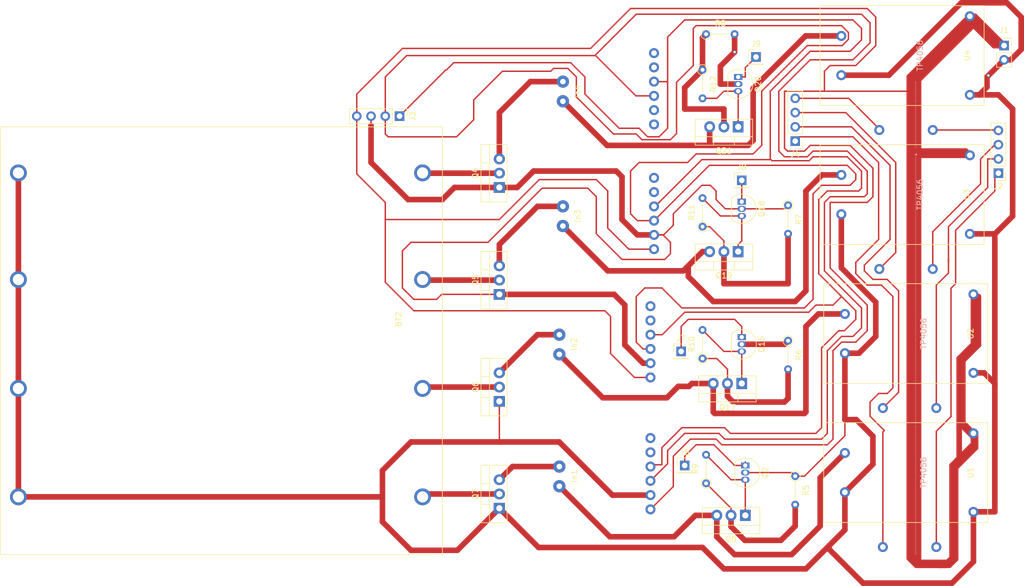
<source format=kicad_pcb>
(kicad_pcb (version 20171130) (host pcbnew "(5.1.9)-1")

  (general
    (thickness 1.6)
    (drawings 0)
    (tracks 563)
    (zones 0)
    (modules 37)
    (nets 37)
  )

  (page A4)
  (title_block
    (date "mar. 31 mars 2015")
  )

  (layers
    (0 F.Cu signal)
    (31 B.Cu signal hide)
    (32 B.Adhes user hide)
    (33 F.Adhes user hide)
    (34 B.Paste user hide)
    (35 F.Paste user hide)
    (36 B.SilkS user hide)
    (37 F.SilkS user hide)
    (38 B.Mask user hide)
    (39 F.Mask user hide)
    (40 Dwgs.User user hide)
    (41 Cmts.User user hide)
    (42 Eco1.User user hide)
    (43 Eco2.User user hide)
    (44 Edge.Cuts user hide)
    (45 Margin user hide)
    (46 B.CrtYd user hide)
    (47 F.CrtYd user hide)
    (48 B.Fab user hide)
    (49 F.Fab user hide)
  )

  (setup
    (last_trace_width 0.5)
    (user_trace_width 1)
    (trace_clearance 0.5)
    (zone_clearance 0.508)
    (zone_45_only no)
    (trace_min 0.2)
    (via_size 0.6)
    (via_drill 0.4)
    (via_min_size 0.4)
    (via_min_drill 0.3)
    (uvia_size 0.3)
    (uvia_drill 0.1)
    (uvias_allowed no)
    (uvia_min_size 0.2)
    (uvia_min_drill 0.1)
    (edge_width 0.15)
    (segment_width 0.15)
    (pcb_text_width 0.3)
    (pcb_text_size 1.5 1.5)
    (mod_edge_width 0.15)
    (mod_text_size 1 1)
    (mod_text_width 0.15)
    (pad_size 4.064 4.064)
    (pad_drill 3.048)
    (pad_to_mask_clearance 0)
    (aux_axis_origin 103.378 121.666)
    (visible_elements 7FFFFFFF)
    (pcbplotparams
      (layerselection 0x00030_80000001)
      (usegerberextensions false)
      (usegerberattributes true)
      (usegerberadvancedattributes true)
      (creategerberjobfile true)
      (excludeedgelayer true)
      (linewidth 0.100000)
      (plotframeref false)
      (viasonmask false)
      (mode 1)
      (useauxorigin false)
      (hpglpennumber 1)
      (hpglpenspeed 20)
      (hpglpendiameter 15.000000)
      (psnegative false)
      (psa4output false)
      (plotreference true)
      (plotvalue true)
      (plotinvisibletext false)
      (padsonsilk false)
      (subtractmaskfromsilk false)
      (outputformat 1)
      (mirror false)
      (drillshape 1)
      (scaleselection 1)
      (outputdirectory ""))
  )

  (net 0 "")
  (net 1 GND)
  (net 2 /42)
  (net 3 /40)
  (net 4 /25)
  (net 5 /23)
  (net 6 /A0)
  (net 7 /A1)
  (net 8 /A2)
  (net 9 /A3)
  (net 10 /SCL)
  (net 11 /SDA)
  (net 12 "Net-(BT2-Pad4)")
  (net 13 "Net-(BT2-Pad3)")
  (net 14 "Net-(BT2-Pad2)")
  (net 15 "Net-(BT2-Pad1)")
  (net 16 VCC)
  (net 17 /ina1Drain)
  (net 18 "Net-(Q7-Pad3)")
  (net 19 /ina2Drain)
  (net 20 "Net-(Q6-Pad3)")
  (net 21 /ina3Drain)
  (net 22 "Net-(Q5-Pad3)")
  (net 23 /ina4Drain)
  (net 24 "Net-(Q4-Pad3)")
  (net 25 "Net-(Q2-Pad3)")
  (net 26 "Net-(Q8-Pad2)")
  (net 27 "Net-(Q16-Pad3)")
  (net 28 "Net-(Q17-Pad2)")
  (net 29 "Net-(Q18-Pad3)")
  (net 30 "Net-(Q19-Pad2)")
  (net 31 "Net-(Q20-Pad3)")
  (net 32 "Net-(Q21-Pad2)")
  (net 33 /46)
  (net 34 /44)
  (net 35 /29)
  (net 36 /27)

  (net_class Default "This is the default net class."
    (clearance 0.5)
    (trace_width 0.5)
    (via_dia 0.6)
    (via_drill 0.4)
    (uvia_dia 0.3)
    (uvia_drill 0.1)
    (diff_pair_width 0.5)
    (diff_pair_gap 0.25)
    (add_net /23)
    (add_net /25)
    (add_net /27)
    (add_net /29)
    (add_net /40)
    (add_net /42)
    (add_net /44)
    (add_net /46)
    (add_net /A0)
    (add_net /A1)
    (add_net /A2)
    (add_net /A3)
    (add_net /SCL)
    (add_net /SDA)
    (add_net /ina1Drain)
    (add_net /ina2Drain)
    (add_net /ina3Drain)
    (add_net /ina4Drain)
    (add_net GND)
    (add_net "Net-(BT2-Pad1)")
    (add_net "Net-(BT2-Pad2)")
    (add_net "Net-(BT2-Pad3)")
    (add_net "Net-(BT2-Pad4)")
    (add_net "Net-(J2-Pad1)")
    (add_net "Net-(J2-Pad2)")
    (add_net "Net-(J2-Pad3)")
    (add_net "Net-(J2-Pad4)")
    (add_net "Net-(Q16-Pad3)")
    (add_net "Net-(Q17-Pad2)")
    (add_net "Net-(Q18-Pad3)")
    (add_net "Net-(Q19-Pad2)")
    (add_net "Net-(Q2-Pad3)")
    (add_net "Net-(Q20-Pad3)")
    (add_net "Net-(Q21-Pad2)")
    (add_net "Net-(Q4-Pad3)")
    (add_net "Net-(Q5-Pad3)")
    (add_net "Net-(Q6-Pad3)")
    (add_net "Net-(Q7-Pad3)")
    (add_net "Net-(Q8-Pad2)")
    (add_net VCC)
  )

  (net_class track-width ""
    (clearance 0.25)
    (trace_width 0.25)
    (via_dia 0.6)
    (via_drill 0.4)
    (uvia_dia 0.3)
    (uvia_drill 0.1)
  )

  (module Connector_PinHeader_2.54mm:PinHeader_1x01_P2.54mm_Vertical (layer F.Cu) (tedit 59FED5CC) (tstamp 60BD7FFE)
    (at 88.9 44.704)
    (descr "Through hole straight pin header, 1x01, 2.54mm pitch, single row")
    (tags "Through hole pin header THT 1x01 2.54mm single row")
    (path /610A3777)
    (fp_text reference J9 (at 0 -2.33) (layer F.SilkS)
      (effects (font (size 1 1) (thickness 0.15)))
    )
    (fp_text value Conn_01x01 (at 0 2.33) (layer F.Fab)
      (effects (font (size 1 1) (thickness 0.15)))
    )
    (fp_text user %R (at 0 0 90) (layer F.Fab)
      (effects (font (size 1 1) (thickness 0.15)))
    )
    (fp_line (start -0.635 -1.27) (end 1.27 -1.27) (layer F.Fab) (width 0.1))
    (fp_line (start 1.27 -1.27) (end 1.27 1.27) (layer F.Fab) (width 0.1))
    (fp_line (start 1.27 1.27) (end -1.27 1.27) (layer F.Fab) (width 0.1))
    (fp_line (start -1.27 1.27) (end -1.27 -0.635) (layer F.Fab) (width 0.1))
    (fp_line (start -1.27 -0.635) (end -0.635 -1.27) (layer F.Fab) (width 0.1))
    (fp_line (start -1.33 1.33) (end 1.33 1.33) (layer F.SilkS) (width 0.12))
    (fp_line (start -1.33 1.27) (end -1.33 1.33) (layer F.SilkS) (width 0.12))
    (fp_line (start 1.33 1.27) (end 1.33 1.33) (layer F.SilkS) (width 0.12))
    (fp_line (start -1.33 1.27) (end 1.33 1.27) (layer F.SilkS) (width 0.12))
    (fp_line (start -1.33 0) (end -1.33 -1.33) (layer F.SilkS) (width 0.12))
    (fp_line (start -1.33 -1.33) (end 0 -1.33) (layer F.SilkS) (width 0.12))
    (fp_line (start -1.8 -1.8) (end -1.8 1.8) (layer F.CrtYd) (width 0.05))
    (fp_line (start -1.8 1.8) (end 1.8 1.8) (layer F.CrtYd) (width 0.05))
    (fp_line (start 1.8 1.8) (end 1.8 -1.8) (layer F.CrtYd) (width 0.05))
    (fp_line (start 1.8 -1.8) (end -1.8 -1.8) (layer F.CrtYd) (width 0.05))
    (pad 1 thru_hole rect (at 0 0) (size 1.7 1.7) (drill 1) (layers *.Cu *.Mask)
      (net 35 /29))
    (model ${KISYS3DMOD}/Connector_PinHeader_2.54mm.3dshapes/PinHeader_1x01_P2.54mm_Vertical.wrl
      (at (xyz 0 0 0))
      (scale (xyz 1 1 1))
      (rotate (xyz 0 0 0))
    )
  )

  (module Connector_PinHeader_2.54mm:PinHeader_1x01_P2.54mm_Vertical (layer F.Cu) (tedit 59FED5CC) (tstamp 60BD7FE9)
    (at 86.36 66.675)
    (descr "Through hole straight pin header, 1x01, 2.54mm pitch, single row")
    (tags "Through hole pin header THT 1x01 2.54mm single row")
    (path /610A1497)
    (fp_text reference J8 (at 0 -2.33) (layer F.SilkS)
      (effects (font (size 1 1) (thickness 0.15)))
    )
    (fp_text value Conn_01x01 (at 0 2.33) (layer F.Fab)
      (effects (font (size 1 1) (thickness 0.15)))
    )
    (fp_text user %R (at 0 0 90) (layer F.Fab)
      (effects (font (size 1 1) (thickness 0.15)))
    )
    (fp_line (start -0.635 -1.27) (end 1.27 -1.27) (layer F.Fab) (width 0.1))
    (fp_line (start 1.27 -1.27) (end 1.27 1.27) (layer F.Fab) (width 0.1))
    (fp_line (start 1.27 1.27) (end -1.27 1.27) (layer F.Fab) (width 0.1))
    (fp_line (start -1.27 1.27) (end -1.27 -0.635) (layer F.Fab) (width 0.1))
    (fp_line (start -1.27 -0.635) (end -0.635 -1.27) (layer F.Fab) (width 0.1))
    (fp_line (start -1.33 1.33) (end 1.33 1.33) (layer F.SilkS) (width 0.12))
    (fp_line (start -1.33 1.27) (end -1.33 1.33) (layer F.SilkS) (width 0.12))
    (fp_line (start 1.33 1.27) (end 1.33 1.33) (layer F.SilkS) (width 0.12))
    (fp_line (start -1.33 1.27) (end 1.33 1.27) (layer F.SilkS) (width 0.12))
    (fp_line (start -1.33 0) (end -1.33 -1.33) (layer F.SilkS) (width 0.12))
    (fp_line (start -1.33 -1.33) (end 0 -1.33) (layer F.SilkS) (width 0.12))
    (fp_line (start -1.8 -1.8) (end -1.8 1.8) (layer F.CrtYd) (width 0.05))
    (fp_line (start -1.8 1.8) (end 1.8 1.8) (layer F.CrtYd) (width 0.05))
    (fp_line (start 1.8 1.8) (end 1.8 -1.8) (layer F.CrtYd) (width 0.05))
    (fp_line (start 1.8 -1.8) (end -1.8 -1.8) (layer F.CrtYd) (width 0.05))
    (pad 1 thru_hole rect (at 0 0) (size 1.7 1.7) (drill 1) (layers *.Cu *.Mask)
      (net 36 /27))
    (model ${KISYS3DMOD}/Connector_PinHeader_2.54mm.3dshapes/PinHeader_1x01_P2.54mm_Vertical.wrl
      (at (xyz 0 0 0))
      (scale (xyz 1 1 1))
      (rotate (xyz 0 0 0))
    )
  )

  (module Connector_PinHeader_2.54mm:PinHeader_1x01_P2.54mm_Vertical (layer F.Cu) (tedit 59FED5CC) (tstamp 60BD7FD4)
    (at 75.565 97.155)
    (descr "Through hole straight pin header, 1x01, 2.54mm pitch, single row")
    (tags "Through hole pin header THT 1x01 2.54mm single row")
    (path /6109F273)
    (fp_text reference J7 (at 0 -2.33) (layer F.SilkS)
      (effects (font (size 1 1) (thickness 0.15)))
    )
    (fp_text value Conn_01x01 (at 0 2.33) (layer F.Fab)
      (effects (font (size 1 1) (thickness 0.15)))
    )
    (fp_text user %R (at 0 0 90) (layer F.Fab)
      (effects (font (size 1 1) (thickness 0.15)))
    )
    (fp_line (start -0.635 -1.27) (end 1.27 -1.27) (layer F.Fab) (width 0.1))
    (fp_line (start 1.27 -1.27) (end 1.27 1.27) (layer F.Fab) (width 0.1))
    (fp_line (start 1.27 1.27) (end -1.27 1.27) (layer F.Fab) (width 0.1))
    (fp_line (start -1.27 1.27) (end -1.27 -0.635) (layer F.Fab) (width 0.1))
    (fp_line (start -1.27 -0.635) (end -0.635 -1.27) (layer F.Fab) (width 0.1))
    (fp_line (start -1.33 1.33) (end 1.33 1.33) (layer F.SilkS) (width 0.12))
    (fp_line (start -1.33 1.27) (end -1.33 1.33) (layer F.SilkS) (width 0.12))
    (fp_line (start 1.33 1.27) (end 1.33 1.33) (layer F.SilkS) (width 0.12))
    (fp_line (start -1.33 1.27) (end 1.33 1.27) (layer F.SilkS) (width 0.12))
    (fp_line (start -1.33 0) (end -1.33 -1.33) (layer F.SilkS) (width 0.12))
    (fp_line (start -1.33 -1.33) (end 0 -1.33) (layer F.SilkS) (width 0.12))
    (fp_line (start -1.8 -1.8) (end -1.8 1.8) (layer F.CrtYd) (width 0.05))
    (fp_line (start -1.8 1.8) (end 1.8 1.8) (layer F.CrtYd) (width 0.05))
    (fp_line (start 1.8 1.8) (end 1.8 -1.8) (layer F.CrtYd) (width 0.05))
    (fp_line (start 1.8 -1.8) (end -1.8 -1.8) (layer F.CrtYd) (width 0.05))
    (pad 1 thru_hole rect (at 0 0) (size 1.7 1.7) (drill 1) (layers *.Cu *.Mask)
      (net 4 /25))
    (model ${KISYS3DMOD}/Connector_PinHeader_2.54mm.3dshapes/PinHeader_1x01_P2.54mm_Vertical.wrl
      (at (xyz 0 0 0))
      (scale (xyz 1 1 1))
      (rotate (xyz 0 0 0))
    )
  )

  (module Connector_PinHeader_2.54mm:PinHeader_1x01_P2.54mm_Vertical (layer F.Cu) (tedit 59FED5CC) (tstamp 60BD7FBF)
    (at 76.2 117.475)
    (descr "Through hole straight pin header, 1x01, 2.54mm pitch, single row")
    (tags "Through hole pin header THT 1x01 2.54mm single row")
    (path /6109B595)
    (fp_text reference J6 (at 0 -2.33) (layer F.SilkS)
      (effects (font (size 1 1) (thickness 0.15)))
    )
    (fp_text value Conn_01x01 (at 0 2.33) (layer F.Fab)
      (effects (font (size 1 1) (thickness 0.15)))
    )
    (fp_text user %R (at 0 0 90) (layer F.Fab)
      (effects (font (size 1 1) (thickness 0.15)))
    )
    (fp_line (start -0.635 -1.27) (end 1.27 -1.27) (layer F.Fab) (width 0.1))
    (fp_line (start 1.27 -1.27) (end 1.27 1.27) (layer F.Fab) (width 0.1))
    (fp_line (start 1.27 1.27) (end -1.27 1.27) (layer F.Fab) (width 0.1))
    (fp_line (start -1.27 1.27) (end -1.27 -0.635) (layer F.Fab) (width 0.1))
    (fp_line (start -1.27 -0.635) (end -0.635 -1.27) (layer F.Fab) (width 0.1))
    (fp_line (start -1.33 1.33) (end 1.33 1.33) (layer F.SilkS) (width 0.12))
    (fp_line (start -1.33 1.27) (end -1.33 1.33) (layer F.SilkS) (width 0.12))
    (fp_line (start 1.33 1.27) (end 1.33 1.33) (layer F.SilkS) (width 0.12))
    (fp_line (start -1.33 1.27) (end 1.33 1.27) (layer F.SilkS) (width 0.12))
    (fp_line (start -1.33 0) (end -1.33 -1.33) (layer F.SilkS) (width 0.12))
    (fp_line (start -1.33 -1.33) (end 0 -1.33) (layer F.SilkS) (width 0.12))
    (fp_line (start -1.8 -1.8) (end -1.8 1.8) (layer F.CrtYd) (width 0.05))
    (fp_line (start -1.8 1.8) (end 1.8 1.8) (layer F.CrtYd) (width 0.05))
    (fp_line (start 1.8 1.8) (end 1.8 -1.8) (layer F.CrtYd) (width 0.05))
    (fp_line (start 1.8 -1.8) (end -1.8 -1.8) (layer F.CrtYd) (width 0.05))
    (pad 1 thru_hole rect (at 0 0) (size 1.7 1.7) (drill 1) (layers *.Cu *.Mask)
      (net 5 /23))
    (model ${KISYS3DMOD}/Connector_PinHeader_2.54mm.3dshapes/PinHeader_1x01_P2.54mm_Vertical.wrl
      (at (xyz 0 0 0))
      (scale (xyz 1 1 1))
      (rotate (xyz 0 0 0))
    )
  )

  (module charger:ina219_footprint (layer F.Cu) (tedit 5FFA0E70) (tstamp 5FFBED69)
    (at 65.405 55.245 90)
    (path /603427D7)
    (fp_text reference in4 (at 4.445 -8.255 90) (layer F.SilkS)
      (effects (font (size 1 1) (thickness 0.15)))
    )
    (fp_text value Ina219-breakout (at 0 -1.08 90) (layer F.Fab)
      (effects (font (size 1 1) (thickness 0.15)))
    )
    (fp_line (start -5.715 8.255) (end -5.715 6.35) (layer Dwgs.User) (width 0.12))
    (fp_line (start 14.605 8.255) (end -5.715 8.255) (layer Dwgs.User) (width 0.12))
    (fp_line (start 14.605 -13.97) (end 14.605 8.255) (layer Dwgs.User) (width 0.12))
    (fp_line (start -5.715 -13.97) (end 14.605 -13.97) (layer Dwgs.User) (width 0.12))
    (fp_line (start -5.715 7.62) (end -5.715 -13.97) (layer Dwgs.User) (width 0.12))
    (pad 8 thru_hole circle (at 11.2321 5.3296 180) (size 1.778 1.778) (drill 1) (layers *.Cu *.Mask)
      (solder_mask_margin 0.0762))
    (pad 7 thru_hole circle (at 8.6921 5.3296 180) (size 1.778 1.778) (drill 1) (layers *.Cu *.Mask)
      (solder_mask_margin 0.0762))
    (pad 6 thru_hole circle (at 6.1521 5.3296 180) (size 1.778 1.778) (drill 1) (layers *.Cu *.Mask)
      (net 11 /SDA) (solder_mask_margin 0.0762))
    (pad 5 thru_hole circle (at 3.6121 5.3296 180) (size 1.778 1.778) (drill 1) (layers *.Cu *.Mask)
      (net 10 /SCL) (solder_mask_margin 0.0762))
    (pad 4 thru_hole circle (at 1.0721 5.3296 180) (size 1.778 1.778) (drill 1) (layers *.Cu *.Mask)
      (net 1 GND) (solder_mask_margin 0.0762))
    (pad 3 thru_hole circle (at -1.4679 5.3296 180) (size 1.778 1.778) (drill 1) (layers *.Cu *.Mask)
      (net 16 VCC) (solder_mask_margin 0.0762))
    (pad 1 thru_hole circle (at 2.6541 -10.9034 270) (size 2.1844 2.1844) (drill 1) (layers *.Cu *.Mask)
      (net 23 /ina4Drain) (solder_mask_margin 0.0762))
    (pad 2 thru_hole circle (at 6.1541 -10.9034 270) (size 2.1844 2.1844) (drill 1) (layers *.Cu *.Mask)
      (net 24 "Net-(Q4-Pad3)") (solder_mask_margin 0.0762))
  )

  (module Connector_PinHeader_2.54mm:PinHeader_1x04_P2.54mm_Vertical (layer F.Cu) (tedit 59FED5CC) (tstamp 60BD3A7B)
    (at 25.4 55.245 270)
    (descr "Through hole straight pin header, 1x04, 2.54mm pitch, single row")
    (tags "Through hole pin header THT 1x04 2.54mm single row")
    (path /61005DDB)
    (fp_text reference J3 (at 0 -2.33 90) (layer F.SilkS)
      (effects (font (size 1 1) (thickness 0.15)))
    )
    (fp_text value Conn_01x04 (at 0 9.95 90) (layer F.Fab)
      (effects (font (size 1 1) (thickness 0.15)))
    )
    (fp_text user %R (at -3.175 0.635 90) (layer F.Fab)
      (effects (font (size 1 1) (thickness 0.15)))
    )
    (fp_line (start -0.635 -1.27) (end 1.27 -1.27) (layer F.Fab) (width 0.1))
    (fp_line (start 1.27 -1.27) (end 1.27 8.89) (layer F.Fab) (width 0.1))
    (fp_line (start 1.27 8.89) (end -1.27 8.89) (layer F.Fab) (width 0.1))
    (fp_line (start -1.27 8.89) (end -1.27 -0.635) (layer F.Fab) (width 0.1))
    (fp_line (start -1.27 -0.635) (end -0.635 -1.27) (layer F.Fab) (width 0.1))
    (fp_line (start -1.33 8.95) (end 1.33 8.95) (layer F.SilkS) (width 0.12))
    (fp_line (start -1.33 1.27) (end -1.33 8.95) (layer F.SilkS) (width 0.12))
    (fp_line (start 1.33 1.27) (end 1.33 8.95) (layer F.SilkS) (width 0.12))
    (fp_line (start -1.33 1.27) (end 1.33 1.27) (layer F.SilkS) (width 0.12))
    (fp_line (start -1.33 0) (end -1.33 -1.33) (layer F.SilkS) (width 0.12))
    (fp_line (start -1.33 -1.33) (end 0 -1.33) (layer F.SilkS) (width 0.12))
    (fp_line (start -1.8 -1.8) (end -1.8 9.4) (layer F.CrtYd) (width 0.05))
    (fp_line (start -1.8 9.4) (end 1.8 9.4) (layer F.CrtYd) (width 0.05))
    (fp_line (start 1.8 9.4) (end 1.8 -1.8) (layer F.CrtYd) (width 0.05))
    (fp_line (start 1.8 -1.8) (end -1.8 -1.8) (layer F.CrtYd) (width 0.05))
    (pad 4 thru_hole oval (at 0 7.62 270) (size 1.7 1.7) (drill 1) (layers *.Cu *.Mask)
      (net 16 VCC))
    (pad 3 thru_hole oval (at 0 5.08 270) (size 1.7 1.7) (drill 1) (layers *.Cu *.Mask)
      (net 1 GND))
    (pad 2 thru_hole oval (at 0 2.54 270) (size 1.7 1.7) (drill 1) (layers *.Cu *.Mask)
      (net 10 /SCL))
    (pad 1 thru_hole rect (at 0 0 270) (size 1.7 1.7) (drill 1) (layers *.Cu *.Mask)
      (net 11 /SDA))
    (model ${KISYS3DMOD}/Connector_PinHeader_2.54mm.3dshapes/PinHeader_1x04_P2.54mm_Vertical.wrl
      (at (xyz 0 0 0))
      (scale (xyz 1 1 1))
      (rotate (xyz 0 0 0))
    )
  )

  (module Connector_PinHeader_2.54mm:PinHeader_1x04_P2.54mm_Vertical (layer F.Cu) (tedit 59FED5CC) (tstamp 60BD3A93)
    (at 95.885 59.69 180)
    (descr "Through hole straight pin header, 1x04, 2.54mm pitch, single row")
    (tags "Through hole pin header THT 1x04 2.54mm single row")
    (path /60FE31E5)
    (fp_text reference J4 (at 0 -2.33) (layer F.SilkS)
      (effects (font (size 1 1) (thickness 0.15)))
    )
    (fp_text value Conn_01x04 (at 0 9.95) (layer F.Fab)
      (effects (font (size 1 1) (thickness 0.15)))
    )
    (fp_text user %R (at 0 3.81 90) (layer F.Fab)
      (effects (font (size 1 1) (thickness 0.15)))
    )
    (fp_line (start -0.635 -1.27) (end 1.27 -1.27) (layer F.Fab) (width 0.1))
    (fp_line (start 1.27 -1.27) (end 1.27 8.89) (layer F.Fab) (width 0.1))
    (fp_line (start 1.27 8.89) (end -1.27 8.89) (layer F.Fab) (width 0.1))
    (fp_line (start -1.27 8.89) (end -1.27 -0.635) (layer F.Fab) (width 0.1))
    (fp_line (start -1.27 -0.635) (end -0.635 -1.27) (layer F.Fab) (width 0.1))
    (fp_line (start -1.33 8.95) (end 1.33 8.95) (layer F.SilkS) (width 0.12))
    (fp_line (start -1.33 1.27) (end -1.33 8.95) (layer F.SilkS) (width 0.12))
    (fp_line (start 1.33 1.27) (end 1.33 8.95) (layer F.SilkS) (width 0.12))
    (fp_line (start -1.33 1.27) (end 1.33 1.27) (layer F.SilkS) (width 0.12))
    (fp_line (start -1.33 0) (end -1.33 -1.33) (layer F.SilkS) (width 0.12))
    (fp_line (start -1.33 -1.33) (end 0 -1.33) (layer F.SilkS) (width 0.12))
    (fp_line (start -1.8 -1.8) (end -1.8 9.4) (layer F.CrtYd) (width 0.05))
    (fp_line (start -1.8 9.4) (end 1.8 9.4) (layer F.CrtYd) (width 0.05))
    (fp_line (start 1.8 9.4) (end 1.8 -1.8) (layer F.CrtYd) (width 0.05))
    (fp_line (start 1.8 -1.8) (end -1.8 -1.8) (layer F.CrtYd) (width 0.05))
    (pad 4 thru_hole oval (at 0 7.62 180) (size 1.7 1.7) (drill 1) (layers *.Cu *.Mask)
      (net 9 /A3))
    (pad 3 thru_hole oval (at 0 5.08 180) (size 1.7 1.7) (drill 1) (layers *.Cu *.Mask)
      (net 8 /A2))
    (pad 2 thru_hole oval (at 0 2.54 180) (size 1.7 1.7) (drill 1) (layers *.Cu *.Mask)
      (net 7 /A1))
    (pad 1 thru_hole rect (at 0 0 180) (size 1.7 1.7) (drill 1) (layers *.Cu *.Mask)
      (net 6 /A0))
    (model ${KISYS3DMOD}/Connector_PinHeader_2.54mm.3dshapes/PinHeader_1x04_P2.54mm_Vertical.wrl
      (at (xyz 0 0 0))
      (scale (xyz 1 1 1))
      (rotate (xyz 0 0 0))
    )
  )

  (module Connector_PinHeader_2.54mm:PinHeader_1x04_P2.54mm_Vertical (layer F.Cu) (tedit 59FED5CC) (tstamp 60BD2E02)
    (at 132.08 65.405 180)
    (descr "Through hole straight pin header, 1x04, 2.54mm pitch, single row")
    (tags "Through hole pin header THT 1x04 2.54mm single row")
    (path /60F8D4AF)
    (fp_text reference J2 (at 0 -2.33) (layer F.SilkS)
      (effects (font (size 1 1) (thickness 0.15)))
    )
    (fp_text value Conn_01x04 (at 0 9.95) (layer F.Fab)
      (effects (font (size 1 1) (thickness 0.15)))
    )
    (fp_text user %R (at 0 3.81 90) (layer F.Fab)
      (effects (font (size 1 1) (thickness 0.15)))
    )
    (fp_line (start -0.635 -1.27) (end 1.27 -1.27) (layer F.Fab) (width 0.1))
    (fp_line (start 1.27 -1.27) (end 1.27 8.89) (layer F.Fab) (width 0.1))
    (fp_line (start 1.27 8.89) (end -1.27 8.89) (layer F.Fab) (width 0.1))
    (fp_line (start -1.27 8.89) (end -1.27 -0.635) (layer F.Fab) (width 0.1))
    (fp_line (start -1.27 -0.635) (end -0.635 -1.27) (layer F.Fab) (width 0.1))
    (fp_line (start -1.33 8.95) (end 1.33 8.95) (layer F.SilkS) (width 0.12))
    (fp_line (start -1.33 1.27) (end -1.33 8.95) (layer F.SilkS) (width 0.12))
    (fp_line (start 1.33 1.27) (end 1.33 8.95) (layer F.SilkS) (width 0.12))
    (fp_line (start -1.33 1.27) (end 1.33 1.27) (layer F.SilkS) (width 0.12))
    (fp_line (start -1.33 0) (end -1.33 -1.33) (layer F.SilkS) (width 0.12))
    (fp_line (start -1.33 -1.33) (end 0 -1.33) (layer F.SilkS) (width 0.12))
    (fp_line (start -1.8 -1.8) (end -1.8 9.4) (layer F.CrtYd) (width 0.05))
    (fp_line (start -1.8 9.4) (end 1.8 9.4) (layer F.CrtYd) (width 0.05))
    (fp_line (start 1.8 9.4) (end 1.8 -1.8) (layer F.CrtYd) (width 0.05))
    (fp_line (start 1.8 -1.8) (end -1.8 -1.8) (layer F.CrtYd) (width 0.05))
    (pad 4 thru_hole oval (at 0 7.62 180) (size 1.7 1.7) (drill 1) (layers *.Cu *.Mask)
      (net 33 /46))
    (pad 3 thru_hole oval (at 0 5.08 180) (size 1.7 1.7) (drill 1) (layers *.Cu *.Mask)
      (net 34 /44))
    (pad 2 thru_hole oval (at 0 2.54 180) (size 1.7 1.7) (drill 1) (layers *.Cu *.Mask)
      (net 2 /42))
    (pad 1 thru_hole rect (at 0 0 180) (size 1.7 1.7) (drill 1) (layers *.Cu *.Mask)
      (net 3 /40))
    (model ${KISYS3DMOD}/Connector_PinHeader_2.54mm.3dshapes/PinHeader_1x04_P2.54mm_Vertical.wrl
      (at (xyz 0 0 0))
      (scale (xyz 1 1 1))
      (rotate (xyz 0 0 0))
    )
  )

  (module charger:tp4056-breakout (layer F.Cu) (tedit 5FFB1A72) (tstamp 60BD108D)
    (at 127 69.215 270)
    (path /60746CAB)
    (fp_text reference U3 (at 0 0.5 90) (layer F.SilkS)
      (effects (font (size 1 1) (thickness 0.15)))
    )
    (fp_text value tp4056charger (at 0 -0.5 90) (layer F.Fab)
      (effects (font (size 1 1) (thickness 0.15)))
    )
    (fp_text user TP4056 (at 0 8.89 90) (layer B.SilkS)
      (effects (font (size 1 1) (thickness 0.15)))
    )
    (fp_line (start -8.89 -2.54) (end -8.89 26.67) (layer F.SilkS) (width 0.12))
    (fp_line (start -8.89 26.67) (end 8.89 26.67) (layer F.SilkS) (width 0.12))
    (fp_line (start 8.89 26.67) (end 8.89 -2.54) (layer F.SilkS) (width 0.12))
    (fp_line (start 8.89 -2.54) (end -8.89 -2.54) (layer F.SilkS) (width 0.12))
    (pad 6 thru_hole circle (at 13.26 16.135) (size 1.778 1.778) (drill 1) (layers *.Cu *.Mask)
      (net 8 /A2) (solder_mask_margin 0.0762))
    (pad 5 thru_hole circle (at 13.26 6.61) (size 1.778 1.778) (drill 1) (layers *.Cu *.Mask)
      (net 34 /44) (solder_mask_margin 0.0762))
    (pad 4 thru_hole circle (at 3.5 22.9) (size 1.778 1.778) (drill 1) (layers *.Cu *.Mask)
      (net 1 GND) (solder_mask_margin 0.0762))
    (pad 3 thru_hole circle (at -3.5 22.9) (size 1.778 1.778) (drill 1) (layers *.Cu *.Mask)
      (net 21 /ina3Drain) (solder_mask_margin 0.0762))
    (pad 2 thru_hole circle (at 7 0) (size 1.778 1.778) (drill 1) (layers *.Cu *.Mask)
      (net 1 GND) (solder_mask_margin 0.0762))
    (pad 1 thru_hole circle (at -7 0) (size 1.778 1.778) (drill 1) (layers *.Cu *.Mask)
      (net 16 VCC) (solder_mask_margin 0.0762))
  )

  (module Package_TO_SOT_THT:TO-92_Inline (layer F.Cu) (tedit 5A1DD157) (tstamp 5FFBF017)
    (at 86.36 70.485 270)
    (descr "TO-92 leads in-line, narrow, oval pads, drill 0.75mm (see NXP sot054_po.pdf)")
    (tags "to-92 sc-43 sc-43a sot54 PA33 transistor")
    (path /603CB35C)
    (fp_text reference Q18 (at 1.27 -3.56 90) (layer F.SilkS)
      (effects (font (size 1 1) (thickness 0.15)))
    )
    (fp_text value 2SC1815 (at 1.27 2.79 90) (layer F.Fab)
      (effects (font (size 1 1) (thickness 0.15)))
    )
    (fp_line (start 4 2.01) (end -1.46 2.01) (layer F.CrtYd) (width 0.05))
    (fp_line (start 4 2.01) (end 4 -2.73) (layer F.CrtYd) (width 0.05))
    (fp_line (start -1.46 -2.73) (end -1.46 2.01) (layer F.CrtYd) (width 0.05))
    (fp_line (start -1.46 -2.73) (end 4 -2.73) (layer F.CrtYd) (width 0.05))
    (fp_line (start -0.5 1.75) (end 3 1.75) (layer F.Fab) (width 0.1))
    (fp_line (start -0.53 1.85) (end 3.07 1.85) (layer F.SilkS) (width 0.12))
    (fp_arc (start 1.27 0) (end 1.27 -2.6) (angle 135) (layer F.SilkS) (width 0.12))
    (fp_arc (start 1.27 0) (end 1.27 -2.48) (angle -135) (layer F.Fab) (width 0.1))
    (fp_arc (start 1.27 0) (end 1.27 -2.6) (angle -135) (layer F.SilkS) (width 0.12))
    (fp_arc (start 1.27 0) (end 1.27 -2.48) (angle 135) (layer F.Fab) (width 0.1))
    (fp_text user %R (at 1.27 0 90) (layer F.Fab)
      (effects (font (size 1 1) (thickness 0.15)))
    )
    (pad 1 thru_hole rect (at 0 0 270) (size 1.05 1.5) (drill 0.75) (layers *.Cu *.Mask)
      (net 36 /27))
    (pad 3 thru_hole oval (at 2.54 0 270) (size 1.05 1.5) (drill 0.75) (layers *.Cu *.Mask)
      (net 29 "Net-(Q18-Pad3)"))
    (pad 2 thru_hole oval (at 1.27 0 270) (size 1.05 1.5) (drill 0.75) (layers *.Cu *.Mask)
      (net 1 GND))
    (model ${KISYS3DMOD}/Package_TO_SOT_THT.3dshapes/TO-92_Inline.wrl
      (at (xyz 0 0 0))
      (scale (xyz 1 1 1))
      (rotate (xyz 0 0 0))
    )
  )

  (module charger:tp4056-breakout (layer F.Cu) (tedit 5FFB1A72) (tstamp 5FFBF12B)
    (at 127 44.45 270)
    (path /607470C7)
    (fp_text reference U4 (at 0 0.5 90) (layer F.SilkS)
      (effects (font (size 1 1) (thickness 0.15)))
    )
    (fp_text value tp4056charger (at 0 -0.5 90) (layer F.Fab)
      (effects (font (size 1 1) (thickness 0.15)))
    )
    (fp_line (start 8.89 -2.54) (end -8.89 -2.54) (layer F.SilkS) (width 0.12))
    (fp_line (start 8.89 26.67) (end 8.89 -2.54) (layer F.SilkS) (width 0.12))
    (fp_line (start -8.89 26.67) (end 8.89 26.67) (layer F.SilkS) (width 0.12))
    (fp_line (start -8.89 -2.54) (end -8.89 26.67) (layer F.SilkS) (width 0.12))
    (fp_text user TP4056 (at 0 8.89 90) (layer B.SilkS)
      (effects (font (size 1 1) (thickness 0.15)))
    )
    (pad 6 thru_hole circle (at 13.26 16.135) (size 1.778 1.778) (drill 1) (layers *.Cu *.Mask)
      (net 9 /A3) (solder_mask_margin 0.0762))
    (pad 5 thru_hole circle (at 13.26 6.61) (size 1.778 1.778) (drill 1) (layers *.Cu *.Mask)
      (net 33 /46) (solder_mask_margin 0.0762))
    (pad 4 thru_hole circle (at 3.5 22.9) (size 1.778 1.778) (drill 1) (layers *.Cu *.Mask)
      (net 1 GND) (solder_mask_margin 0.0762))
    (pad 3 thru_hole circle (at -3.5 22.9) (size 1.778 1.778) (drill 1) (layers *.Cu *.Mask)
      (net 23 /ina4Drain) (solder_mask_margin 0.0762))
    (pad 2 thru_hole circle (at 7 0) (size 1.778 1.778) (drill 1) (layers *.Cu *.Mask)
      (net 1 GND) (solder_mask_margin 0.0762))
    (pad 1 thru_hole circle (at -7 0) (size 1.778 1.778) (drill 1) (layers *.Cu *.Mask)
      (net 16 VCC) (solder_mask_margin 0.0762))
  )

  (module charger:tp4056-breakout (layer F.Cu) (tedit 5FFB1A72) (tstamp 5FFBF10D)
    (at 127.635 93.98 270)
    (path /607468A0)
    (fp_text reference U2 (at 0 0.5 90) (layer F.SilkS)
      (effects (font (size 1 1) (thickness 0.15)))
    )
    (fp_text value tp4056charger (at 0 -0.5 90) (layer F.Fab)
      (effects (font (size 1 1) (thickness 0.15)))
    )
    (fp_line (start 8.89 -2.54) (end -8.89 -2.54) (layer F.SilkS) (width 0.12))
    (fp_line (start 8.89 26.67) (end 8.89 -2.54) (layer F.SilkS) (width 0.12))
    (fp_line (start -8.89 26.67) (end 8.89 26.67) (layer F.SilkS) (width 0.12))
    (fp_line (start -8.89 -2.54) (end -8.89 26.67) (layer F.SilkS) (width 0.12))
    (fp_text user TP4056 (at 0 8.89 90) (layer B.SilkS)
      (effects (font (size 1 1) (thickness 0.15)))
    )
    (pad 6 thru_hole circle (at 13.26 16.135) (size 1.778 1.778) (drill 1) (layers *.Cu *.Mask)
      (net 7 /A1) (solder_mask_margin 0.0762))
    (pad 5 thru_hole circle (at 13.26 6.61) (size 1.778 1.778) (drill 1) (layers *.Cu *.Mask)
      (net 2 /42) (solder_mask_margin 0.0762))
    (pad 4 thru_hole circle (at 3.5 22.9) (size 1.778 1.778) (drill 1) (layers *.Cu *.Mask)
      (net 1 GND) (solder_mask_margin 0.0762))
    (pad 3 thru_hole circle (at -3.5 22.9) (size 1.778 1.778) (drill 1) (layers *.Cu *.Mask)
      (net 19 /ina2Drain) (solder_mask_margin 0.0762))
    (pad 2 thru_hole circle (at 7 0) (size 1.778 1.778) (drill 1) (layers *.Cu *.Mask)
      (net 1 GND) (solder_mask_margin 0.0762))
    (pad 1 thru_hole circle (at -7 0) (size 1.778 1.778) (drill 1) (layers *.Cu *.Mask)
      (net 16 VCC) (solder_mask_margin 0.0762))
  )

  (module charger:tp4056-breakout (layer F.Cu) (tedit 5FFB1A72) (tstamp 5FFBF0FE)
    (at 127.635 118.745 270)
    (path /60744B4E)
    (fp_text reference U1 (at 0 0.5 90) (layer F.SilkS)
      (effects (font (size 1 1) (thickness 0.15)))
    )
    (fp_text value tp4056charger (at 0 -0.5 90) (layer F.Fab)
      (effects (font (size 1 1) (thickness 0.15)))
    )
    (fp_line (start 8.89 -2.54) (end -8.89 -2.54) (layer F.SilkS) (width 0.12))
    (fp_line (start 8.89 26.67) (end 8.89 -2.54) (layer F.SilkS) (width 0.12))
    (fp_line (start -8.89 26.67) (end 8.89 26.67) (layer F.SilkS) (width 0.12))
    (fp_line (start -8.89 -2.54) (end -8.89 26.67) (layer F.SilkS) (width 0.12))
    (fp_text user TP4056 (at 0 8.89 90) (layer B.SilkS)
      (effects (font (size 1 1) (thickness 0.15)))
    )
    (pad 6 thru_hole circle (at 13.26 16.135) (size 1.778 1.778) (drill 1) (layers *.Cu *.Mask)
      (net 6 /A0) (solder_mask_margin 0.0762))
    (pad 5 thru_hole circle (at 13.26 6.61) (size 1.778 1.778) (drill 1) (layers *.Cu *.Mask)
      (net 3 /40) (solder_mask_margin 0.0762))
    (pad 4 thru_hole circle (at 3.5 22.9) (size 1.778 1.778) (drill 1) (layers *.Cu *.Mask)
      (net 1 GND) (solder_mask_margin 0.0762))
    (pad 3 thru_hole circle (at -3.5 22.9) (size 1.778 1.778) (drill 1) (layers *.Cu *.Mask)
      (net 17 /ina1Drain) (solder_mask_margin 0.0762))
    (pad 2 thru_hole circle (at 7 0) (size 1.778 1.778) (drill 1) (layers *.Cu *.Mask)
      (net 1 GND) (solder_mask_margin 0.0762))
    (pad 1 thru_hole circle (at -7 0) (size 1.778 1.778) (drill 1) (layers *.Cu *.Mask)
      (net 16 VCC) (solder_mask_margin 0.0762))
  )

  (module Resistor_THT:R_Axial_DIN0204_L3.6mm_D1.6mm_P5.08mm_Vertical (layer F.Cu) (tedit 5AE5139B) (tstamp 5FFBF0EF)
    (at 79.375 46.99 270)
    (descr "Resistor, Axial_DIN0204 series, Axial, Vertical, pin pitch=5.08mm, 0.167W, length*diameter=3.6*1.6mm^2, http://cdn-reichelt.de/documents/datenblatt/B400/1_4W%23YAG.pdf")
    (tags "Resistor Axial_DIN0204 series Axial Vertical pin pitch 5.08mm 0.167W length 3.6mm diameter 1.6mm")
    (path /6060919A)
    (fp_text reference R12 (at 2.54 -1.92 90) (layer F.SilkS)
      (effects (font (size 1 1) (thickness 0.15)))
    )
    (fp_text value 10k (at 2.54 1.92 90) (layer F.Fab)
      (effects (font (size 1 1) (thickness 0.15)))
    )
    (fp_line (start 6.03 -1.05) (end -1.05 -1.05) (layer F.CrtYd) (width 0.05))
    (fp_line (start 6.03 1.05) (end 6.03 -1.05) (layer F.CrtYd) (width 0.05))
    (fp_line (start -1.05 1.05) (end 6.03 1.05) (layer F.CrtYd) (width 0.05))
    (fp_line (start -1.05 -1.05) (end -1.05 1.05) (layer F.CrtYd) (width 0.05))
    (fp_line (start 0.92 0) (end 4.08 0) (layer F.SilkS) (width 0.12))
    (fp_line (start 0 0) (end 5.08 0) (layer F.Fab) (width 0.1))
    (fp_circle (center 0 0) (end 0.92 0) (layer F.SilkS) (width 0.12))
    (fp_circle (center 0 0) (end 0.8 0) (layer F.Fab) (width 0.1))
    (fp_text user %R (at 2.54 -1.92 90) (layer F.Fab)
      (effects (font (size 1 1) (thickness 0.15)))
    )
    (pad 2 thru_hole oval (at 5.08 0 270) (size 1.4 1.4) (drill 0.7) (layers *.Cu *.Mask)
      (net 31 "Net-(Q20-Pad3)"))
    (pad 1 thru_hole circle (at 0 0 270) (size 1.4 1.4) (drill 0.7) (layers *.Cu *.Mask)
      (net 32 "Net-(Q21-Pad2)"))
    (model ${KISYS3DMOD}/Resistor_THT.3dshapes/R_Axial_DIN0204_L3.6mm_D1.6mm_P5.08mm_Vertical.wrl
      (at (xyz 0 0 0))
      (scale (xyz 1 1 1))
      (rotate (xyz 0 0 0))
    )
  )

  (module Resistor_THT:R_Axial_DIN0204_L3.6mm_D1.6mm_P5.08mm_Vertical (layer F.Cu) (tedit 5AE5139B) (tstamp 5FFBF0E0)
    (at 79.375 74.93 90)
    (descr "Resistor, Axial_DIN0204 series, Axial, Vertical, pin pitch=5.08mm, 0.167W, length*diameter=3.6*1.6mm^2, http://cdn-reichelt.de/documents/datenblatt/B400/1_4W%23YAG.pdf")
    (tags "Resistor Axial_DIN0204 series Axial Vertical pin pitch 5.08mm 0.167W length 3.6mm diameter 1.6mm")
    (path /60608DD3)
    (fp_text reference R11 (at 2.54 -1.92 90) (layer F.SilkS)
      (effects (font (size 1 1) (thickness 0.15)))
    )
    (fp_text value 10k (at 2.54 1.92 90) (layer F.Fab)
      (effects (font (size 1 1) (thickness 0.15)))
    )
    (fp_line (start 6.03 -1.05) (end -1.05 -1.05) (layer F.CrtYd) (width 0.05))
    (fp_line (start 6.03 1.05) (end 6.03 -1.05) (layer F.CrtYd) (width 0.05))
    (fp_line (start -1.05 1.05) (end 6.03 1.05) (layer F.CrtYd) (width 0.05))
    (fp_line (start -1.05 -1.05) (end -1.05 1.05) (layer F.CrtYd) (width 0.05))
    (fp_line (start 0.92 0) (end 4.08 0) (layer F.SilkS) (width 0.12))
    (fp_line (start 0 0) (end 5.08 0) (layer F.Fab) (width 0.1))
    (fp_circle (center 0 0) (end 0.92 0) (layer F.SilkS) (width 0.12))
    (fp_circle (center 0 0) (end 0.8 0) (layer F.Fab) (width 0.1))
    (fp_text user %R (at 2.54 -1.92 90) (layer F.Fab)
      (effects (font (size 1 1) (thickness 0.15)))
    )
    (pad 2 thru_hole oval (at 5.08 0 90) (size 1.4 1.4) (drill 0.7) (layers *.Cu *.Mask)
      (net 29 "Net-(Q18-Pad3)"))
    (pad 1 thru_hole circle (at 0 0 90) (size 1.4 1.4) (drill 0.7) (layers *.Cu *.Mask)
      (net 30 "Net-(Q19-Pad2)"))
    (model ${KISYS3DMOD}/Resistor_THT.3dshapes/R_Axial_DIN0204_L3.6mm_D1.6mm_P5.08mm_Vertical.wrl
      (at (xyz 0 0 0))
      (scale (xyz 1 1 1))
      (rotate (xyz 0 0 0))
    )
  )

  (module Resistor_THT:R_Axial_DIN0204_L3.6mm_D1.6mm_P5.08mm_Vertical (layer F.Cu) (tedit 5AE5139B) (tstamp 5FFBF0D1)
    (at 79.375 98.425 90)
    (descr "Resistor, Axial_DIN0204 series, Axial, Vertical, pin pitch=5.08mm, 0.167W, length*diameter=3.6*1.6mm^2, http://cdn-reichelt.de/documents/datenblatt/B400/1_4W%23YAG.pdf")
    (tags "Resistor Axial_DIN0204 series Axial Vertical pin pitch 5.08mm 0.167W length 3.6mm diameter 1.6mm")
    (path /60608A8A)
    (fp_text reference R10 (at 2.54 -1.92 90) (layer F.SilkS)
      (effects (font (size 1 1) (thickness 0.15)))
    )
    (fp_text value 10k (at 2.54 1.92 90) (layer F.Fab)
      (effects (font (size 1 1) (thickness 0.15)))
    )
    (fp_line (start 6.03 -1.05) (end -1.05 -1.05) (layer F.CrtYd) (width 0.05))
    (fp_line (start 6.03 1.05) (end 6.03 -1.05) (layer F.CrtYd) (width 0.05))
    (fp_line (start -1.05 1.05) (end 6.03 1.05) (layer F.CrtYd) (width 0.05))
    (fp_line (start -1.05 -1.05) (end -1.05 1.05) (layer F.CrtYd) (width 0.05))
    (fp_line (start 0.92 0) (end 4.08 0) (layer F.SilkS) (width 0.12))
    (fp_line (start 0 0) (end 5.08 0) (layer F.Fab) (width 0.1))
    (fp_circle (center 0 0) (end 0.92 0) (layer F.SilkS) (width 0.12))
    (fp_circle (center 0 0) (end 0.8 0) (layer F.Fab) (width 0.1))
    (fp_text user %R (at 2.54 -1.92 90) (layer F.Fab)
      (effects (font (size 1 1) (thickness 0.15)))
    )
    (pad 2 thru_hole oval (at 5.08 0 90) (size 1.4 1.4) (drill 0.7) (layers *.Cu *.Mask)
      (net 27 "Net-(Q16-Pad3)"))
    (pad 1 thru_hole circle (at 0 0 90) (size 1.4 1.4) (drill 0.7) (layers *.Cu *.Mask)
      (net 28 "Net-(Q17-Pad2)"))
    (model ${KISYS3DMOD}/Resistor_THT.3dshapes/R_Axial_DIN0204_L3.6mm_D1.6mm_P5.08mm_Vertical.wrl
      (at (xyz 0 0 0))
      (scale (xyz 1 1 1))
      (rotate (xyz 0 0 0))
    )
  )

  (module Resistor_THT:R_Axial_DIN0204_L3.6mm_D1.6mm_P5.08mm_Vertical (layer F.Cu) (tedit 5AE5139B) (tstamp 5FFBF0C2)
    (at 80.01 120.65 90)
    (descr "Resistor, Axial_DIN0204 series, Axial, Vertical, pin pitch=5.08mm, 0.167W, length*diameter=3.6*1.6mm^2, http://cdn-reichelt.de/documents/datenblatt/B400/1_4W%23YAG.pdf")
    (tags "Resistor Axial_DIN0204 series Axial Vertical pin pitch 5.08mm 0.167W length 3.6mm diameter 1.6mm")
    (path /605FC7F9)
    (fp_text reference R9 (at 2.54 -1.92 90) (layer F.SilkS)
      (effects (font (size 1 1) (thickness 0.15)))
    )
    (fp_text value 10k (at 2.54 1.92 90) (layer F.Fab)
      (effects (font (size 1 1) (thickness 0.15)))
    )
    (fp_line (start 6.03 -1.05) (end -1.05 -1.05) (layer F.CrtYd) (width 0.05))
    (fp_line (start 6.03 1.05) (end 6.03 -1.05) (layer F.CrtYd) (width 0.05))
    (fp_line (start -1.05 1.05) (end 6.03 1.05) (layer F.CrtYd) (width 0.05))
    (fp_line (start -1.05 -1.05) (end -1.05 1.05) (layer F.CrtYd) (width 0.05))
    (fp_line (start 0.92 0) (end 4.08 0) (layer F.SilkS) (width 0.12))
    (fp_line (start 0 0) (end 5.08 0) (layer F.Fab) (width 0.1))
    (fp_circle (center 0 0) (end 0.92 0) (layer F.SilkS) (width 0.12))
    (fp_circle (center 0 0) (end 0.8 0) (layer F.Fab) (width 0.1))
    (fp_text user %R (at 2.54 -1.92 90) (layer F.Fab)
      (effects (font (size 1 1) (thickness 0.15)))
    )
    (pad 2 thru_hole oval (at 5.08 0 90) (size 1.4 1.4) (drill 0.7) (layers *.Cu *.Mask)
      (net 25 "Net-(Q2-Pad3)"))
    (pad 1 thru_hole circle (at 0 0 90) (size 1.4 1.4) (drill 0.7) (layers *.Cu *.Mask)
      (net 26 "Net-(Q8-Pad2)"))
    (model ${KISYS3DMOD}/Resistor_THT.3dshapes/R_Axial_DIN0204_L3.6mm_D1.6mm_P5.08mm_Vertical.wrl
      (at (xyz 0 0 0))
      (scale (xyz 1 1 1))
      (rotate (xyz 0 0 0))
    )
  )

  (module Resistor_THT:R_Axial_DIN0204_L3.6mm_D1.6mm_P5.08mm_Vertical (layer F.Cu) (tedit 5AE5139B) (tstamp 5FFBF0B3)
    (at 80.01 40.64)
    (descr "Resistor, Axial_DIN0204 series, Axial, Vertical, pin pitch=5.08mm, 0.167W, length*diameter=3.6*1.6mm^2, http://cdn-reichelt.de/documents/datenblatt/B400/1_4W%23YAG.pdf")
    (tags "Resistor Axial_DIN0204 series Axial Vertical pin pitch 5.08mm 0.167W length 3.6mm diameter 1.6mm")
    (path /602DDDA6)
    (fp_text reference R8 (at 2.54 -1.92) (layer F.SilkS)
      (effects (font (size 1 1) (thickness 0.15)))
    )
    (fp_text value 5R (at 2.54 1.92) (layer F.Fab)
      (effects (font (size 1 1) (thickness 0.15)))
    )
    (fp_line (start 6.03 -1.05) (end -1.05 -1.05) (layer F.CrtYd) (width 0.05))
    (fp_line (start 6.03 1.05) (end 6.03 -1.05) (layer F.CrtYd) (width 0.05))
    (fp_line (start -1.05 1.05) (end 6.03 1.05) (layer F.CrtYd) (width 0.05))
    (fp_line (start -1.05 -1.05) (end -1.05 1.05) (layer F.CrtYd) (width 0.05))
    (fp_line (start 0.92 0) (end 4.08 0) (layer F.SilkS) (width 0.12))
    (fp_line (start 0 0) (end 5.08 0) (layer F.Fab) (width 0.1))
    (fp_circle (center 0 0) (end 0.92 0) (layer F.SilkS) (width 0.12))
    (fp_circle (center 0 0) (end 0.8 0) (layer F.Fab) (width 0.1))
    (fp_text user %R (at 2.54 -1.92) (layer F.Fab)
      (effects (font (size 1 1) (thickness 0.15)))
    )
    (pad 2 thru_hole oval (at 5.08 0) (size 1.4 1.4) (drill 0.7) (layers *.Cu *.Mask)
      (net 1 GND))
    (pad 1 thru_hole circle (at 0 0) (size 1.4 1.4) (drill 0.7) (layers *.Cu *.Mask)
      (net 32 "Net-(Q21-Pad2)"))
    (model ${KISYS3DMOD}/Resistor_THT.3dshapes/R_Axial_DIN0204_L3.6mm_D1.6mm_P5.08mm_Vertical.wrl
      (at (xyz 0 0 0))
      (scale (xyz 1 1 1))
      (rotate (xyz 0 0 0))
    )
  )

  (module Resistor_THT:R_Axial_DIN0204_L3.6mm_D1.6mm_P5.08mm_Vertical (layer F.Cu) (tedit 5AE5139B) (tstamp 5FFBF0A4)
    (at 94.615 71.12 270)
    (descr "Resistor, Axial_DIN0204 series, Axial, Vertical, pin pitch=5.08mm, 0.167W, length*diameter=3.6*1.6mm^2, http://cdn-reichelt.de/documents/datenblatt/B400/1_4W%23YAG.pdf")
    (tags "Resistor Axial_DIN0204 series Axial Vertical pin pitch 5.08mm 0.167W length 3.6mm diameter 1.6mm")
    (path /602DDBC4)
    (fp_text reference R7 (at 2.54 -1.92 90) (layer F.SilkS)
      (effects (font (size 1 1) (thickness 0.15)))
    )
    (fp_text value 5R (at 2.54 1.92 90) (layer F.Fab)
      (effects (font (size 1 1) (thickness 0.15)))
    )
    (fp_line (start 6.03 -1.05) (end -1.05 -1.05) (layer F.CrtYd) (width 0.05))
    (fp_line (start 6.03 1.05) (end 6.03 -1.05) (layer F.CrtYd) (width 0.05))
    (fp_line (start -1.05 1.05) (end 6.03 1.05) (layer F.CrtYd) (width 0.05))
    (fp_line (start -1.05 -1.05) (end -1.05 1.05) (layer F.CrtYd) (width 0.05))
    (fp_line (start 0.92 0) (end 4.08 0) (layer F.SilkS) (width 0.12))
    (fp_line (start 0 0) (end 5.08 0) (layer F.Fab) (width 0.1))
    (fp_circle (center 0 0) (end 0.92 0) (layer F.SilkS) (width 0.12))
    (fp_circle (center 0 0) (end 0.8 0) (layer F.Fab) (width 0.1))
    (fp_text user %R (at 2.54 -1.92 90) (layer F.Fab)
      (effects (font (size 1 1) (thickness 0.15)))
    )
    (pad 2 thru_hole oval (at 5.08 0 270) (size 1.4 1.4) (drill 0.7) (layers *.Cu *.Mask)
      (net 30 "Net-(Q19-Pad2)"))
    (pad 1 thru_hole circle (at 0 0 270) (size 1.4 1.4) (drill 0.7) (layers *.Cu *.Mask)
      (net 1 GND))
    (model ${KISYS3DMOD}/Resistor_THT.3dshapes/R_Axial_DIN0204_L3.6mm_D1.6mm_P5.08mm_Vertical.wrl
      (at (xyz 0 0 0))
      (scale (xyz 1 1 1))
      (rotate (xyz 0 0 0))
    )
  )

  (module Package_TO_SOT_THT:TO-220-3_Vertical (layer F.Cu) (tedit 5AC8BA0D) (tstamp 5FFBF05D)
    (at 85.725 57.15 180)
    (descr "TO-220-3, Vertical, RM 2.54mm, see https://www.vishay.com/docs/66542/to-220-1.pdf")
    (tags "TO-220-3 Vertical RM 2.54mm")
    (path /603B4983)
    (fp_text reference Q21 (at 2.54 -4.27) (layer F.SilkS)
      (effects (font (size 1 1) (thickness 0.15)))
    )
    (fp_text value NDP6020 (at 2.54 2.5) (layer F.Fab)
      (effects (font (size 1 1) (thickness 0.15)))
    )
    (fp_line (start 7.79 -3.4) (end -2.71 -3.4) (layer F.CrtYd) (width 0.05))
    (fp_line (start 7.79 1.51) (end 7.79 -3.4) (layer F.CrtYd) (width 0.05))
    (fp_line (start -2.71 1.51) (end 7.79 1.51) (layer F.CrtYd) (width 0.05))
    (fp_line (start -2.71 -3.4) (end -2.71 1.51) (layer F.CrtYd) (width 0.05))
    (fp_line (start 4.391 -3.27) (end 4.391 -1.76) (layer F.SilkS) (width 0.12))
    (fp_line (start 0.69 -3.27) (end 0.69 -1.76) (layer F.SilkS) (width 0.12))
    (fp_line (start -2.58 -1.76) (end 7.66 -1.76) (layer F.SilkS) (width 0.12))
    (fp_line (start 7.66 -3.27) (end 7.66 1.371) (layer F.SilkS) (width 0.12))
    (fp_line (start -2.58 -3.27) (end -2.58 1.371) (layer F.SilkS) (width 0.12))
    (fp_line (start -2.58 1.371) (end 7.66 1.371) (layer F.SilkS) (width 0.12))
    (fp_line (start -2.58 -3.27) (end 7.66 -3.27) (layer F.SilkS) (width 0.12))
    (fp_line (start 4.39 -3.15) (end 4.39 -1.88) (layer F.Fab) (width 0.1))
    (fp_line (start 0.69 -3.15) (end 0.69 -1.88) (layer F.Fab) (width 0.1))
    (fp_line (start -2.46 -1.88) (end 7.54 -1.88) (layer F.Fab) (width 0.1))
    (fp_line (start 7.54 -3.15) (end -2.46 -3.15) (layer F.Fab) (width 0.1))
    (fp_line (start 7.54 1.25) (end 7.54 -3.15) (layer F.Fab) (width 0.1))
    (fp_line (start -2.46 1.25) (end 7.54 1.25) (layer F.Fab) (width 0.1))
    (fp_line (start -2.46 -3.15) (end -2.46 1.25) (layer F.Fab) (width 0.1))
    (fp_text user %R (at 2.54 -4.27) (layer F.Fab)
      (effects (font (size 1 1) (thickness 0.15)))
    )
    (pad 3 thru_hole oval (at 5.08 0 180) (size 1.905 2) (drill 1.1) (layers *.Cu *.Mask)
      (net 23 /ina4Drain))
    (pad 2 thru_hole oval (at 2.54 0 180) (size 1.905 2) (drill 1.1) (layers *.Cu *.Mask)
      (net 32 "Net-(Q21-Pad2)"))
    (pad 1 thru_hole rect (at 0 0 180) (size 1.905 2) (drill 1.1) (layers *.Cu *.Mask)
      (net 31 "Net-(Q20-Pad3)"))
    (model ${KISYS3DMOD}/Package_TO_SOT_THT.3dshapes/TO-220-3_Vertical.wrl
      (at (xyz 0 0 0))
      (scale (xyz 1 1 1))
      (rotate (xyz 0 0 0))
    )
  )

  (module Package_TO_SOT_THT:TO-92_Inline (layer F.Cu) (tedit 5A1DD157) (tstamp 5FFBF043)
    (at 85.725 48.26 270)
    (descr "TO-92 leads in-line, narrow, oval pads, drill 0.75mm (see NXP sot054_po.pdf)")
    (tags "to-92 sc-43 sc-43a sot54 PA33 transistor")
    (path /603CC139)
    (fp_text reference Q20 (at 1.27 -3.56 90) (layer F.SilkS)
      (effects (font (size 1 1) (thickness 0.15)))
    )
    (fp_text value 2SC1815 (at 1.27 2.79 90) (layer F.Fab)
      (effects (font (size 1 1) (thickness 0.15)))
    )
    (fp_line (start 4 2.01) (end -1.46 2.01) (layer F.CrtYd) (width 0.05))
    (fp_line (start 4 2.01) (end 4 -2.73) (layer F.CrtYd) (width 0.05))
    (fp_line (start -1.46 -2.73) (end -1.46 2.01) (layer F.CrtYd) (width 0.05))
    (fp_line (start -1.46 -2.73) (end 4 -2.73) (layer F.CrtYd) (width 0.05))
    (fp_line (start -0.5 1.75) (end 3 1.75) (layer F.Fab) (width 0.1))
    (fp_line (start -0.53 1.85) (end 3.07 1.85) (layer F.SilkS) (width 0.12))
    (fp_arc (start 1.27 0) (end 1.27 -2.6) (angle 135) (layer F.SilkS) (width 0.12))
    (fp_arc (start 1.27 0) (end 1.27 -2.48) (angle -135) (layer F.Fab) (width 0.1))
    (fp_arc (start 1.27 0) (end 1.27 -2.6) (angle -135) (layer F.SilkS) (width 0.12))
    (fp_arc (start 1.27 0) (end 1.27 -2.48) (angle 135) (layer F.Fab) (width 0.1))
    (fp_text user %R (at 1.27 0 90) (layer F.Fab)
      (effects (font (size 1 1) (thickness 0.15)))
    )
    (pad 1 thru_hole rect (at 0 0 270) (size 1.05 1.5) (drill 0.75) (layers *.Cu *.Mask)
      (net 35 /29))
    (pad 3 thru_hole oval (at 2.54 0 270) (size 1.05 1.5) (drill 0.75) (layers *.Cu *.Mask)
      (net 31 "Net-(Q20-Pad3)"))
    (pad 2 thru_hole oval (at 1.27 0 270) (size 1.05 1.5) (drill 0.75) (layers *.Cu *.Mask)
      (net 1 GND))
    (model ${KISYS3DMOD}/Package_TO_SOT_THT.3dshapes/TO-92_Inline.wrl
      (at (xyz 0 0 0))
      (scale (xyz 1 1 1))
      (rotate (xyz 0 0 0))
    )
  )

  (module Package_TO_SOT_THT:TO-220-3_Vertical (layer F.Cu) (tedit 5AC8BA0D) (tstamp 5FFBF031)
    (at 85.725 79.375 180)
    (descr "TO-220-3, Vertical, RM 2.54mm, see https://www.vishay.com/docs/66542/to-220-1.pdf")
    (tags "TO-220-3 Vertical RM 2.54mm")
    (path /603B428A)
    (fp_text reference Q19 (at 2.54 -4.27) (layer F.SilkS)
      (effects (font (size 1 1) (thickness 0.15)))
    )
    (fp_text value NDP6020 (at 2.54 2.5) (layer F.Fab)
      (effects (font (size 1 1) (thickness 0.15)))
    )
    (fp_line (start 7.79 -3.4) (end -2.71 -3.4) (layer F.CrtYd) (width 0.05))
    (fp_line (start 7.79 1.51) (end 7.79 -3.4) (layer F.CrtYd) (width 0.05))
    (fp_line (start -2.71 1.51) (end 7.79 1.51) (layer F.CrtYd) (width 0.05))
    (fp_line (start -2.71 -3.4) (end -2.71 1.51) (layer F.CrtYd) (width 0.05))
    (fp_line (start 4.391 -3.27) (end 4.391 -1.76) (layer F.SilkS) (width 0.12))
    (fp_line (start 0.69 -3.27) (end 0.69 -1.76) (layer F.SilkS) (width 0.12))
    (fp_line (start -2.58 -1.76) (end 7.66 -1.76) (layer F.SilkS) (width 0.12))
    (fp_line (start 7.66 -3.27) (end 7.66 1.371) (layer F.SilkS) (width 0.12))
    (fp_line (start -2.58 -3.27) (end -2.58 1.371) (layer F.SilkS) (width 0.12))
    (fp_line (start -2.58 1.371) (end 7.66 1.371) (layer F.SilkS) (width 0.12))
    (fp_line (start -2.58 -3.27) (end 7.66 -3.27) (layer F.SilkS) (width 0.12))
    (fp_line (start 4.39 -3.15) (end 4.39 -1.88) (layer F.Fab) (width 0.1))
    (fp_line (start 0.69 -3.15) (end 0.69 -1.88) (layer F.Fab) (width 0.1))
    (fp_line (start -2.46 -1.88) (end 7.54 -1.88) (layer F.Fab) (width 0.1))
    (fp_line (start 7.54 -3.15) (end -2.46 -3.15) (layer F.Fab) (width 0.1))
    (fp_line (start 7.54 1.25) (end 7.54 -3.15) (layer F.Fab) (width 0.1))
    (fp_line (start -2.46 1.25) (end 7.54 1.25) (layer F.Fab) (width 0.1))
    (fp_line (start -2.46 -3.15) (end -2.46 1.25) (layer F.Fab) (width 0.1))
    (fp_text user %R (at 2.54 -4.27) (layer F.Fab)
      (effects (font (size 1 1) (thickness 0.15)))
    )
    (pad 3 thru_hole oval (at 5.08 0 180) (size 1.905 2) (drill 1.1) (layers *.Cu *.Mask)
      (net 21 /ina3Drain))
    (pad 2 thru_hole oval (at 2.54 0 180) (size 1.905 2) (drill 1.1) (layers *.Cu *.Mask)
      (net 30 "Net-(Q19-Pad2)"))
    (pad 1 thru_hole rect (at 0 0 180) (size 1.905 2) (drill 1.1) (layers *.Cu *.Mask)
      (net 29 "Net-(Q18-Pad3)"))
    (model ${KISYS3DMOD}/Package_TO_SOT_THT.3dshapes/TO-220-3_Vertical.wrl
      (at (xyz 0 0 0))
      (scale (xyz 1 1 1))
      (rotate (xyz 0 0 0))
    )
  )

  (module Package_TO_SOT_THT:TO-220-3_Vertical (layer F.Cu) (tedit 5AC8BA0D) (tstamp 5FFBF005)
    (at 86.36 102.87 180)
    (descr "TO-220-3, Vertical, RM 2.54mm, see https://www.vishay.com/docs/66542/to-220-1.pdf")
    (tags "TO-220-3 Vertical RM 2.54mm")
    (path /603B2499)
    (fp_text reference Q17 (at 2.54 -4.27) (layer F.SilkS)
      (effects (font (size 1 1) (thickness 0.15)))
    )
    (fp_text value NDP6020 (at 2.54 2.5) (layer F.Fab)
      (effects (font (size 1 1) (thickness 0.15)))
    )
    (fp_line (start 7.79 -3.4) (end -2.71 -3.4) (layer F.CrtYd) (width 0.05))
    (fp_line (start 7.79 1.51) (end 7.79 -3.4) (layer F.CrtYd) (width 0.05))
    (fp_line (start -2.71 1.51) (end 7.79 1.51) (layer F.CrtYd) (width 0.05))
    (fp_line (start -2.71 -3.4) (end -2.71 1.51) (layer F.CrtYd) (width 0.05))
    (fp_line (start 4.391 -3.27) (end 4.391 -1.76) (layer F.SilkS) (width 0.12))
    (fp_line (start 0.69 -3.27) (end 0.69 -1.76) (layer F.SilkS) (width 0.12))
    (fp_line (start -2.58 -1.76) (end 7.66 -1.76) (layer F.SilkS) (width 0.12))
    (fp_line (start 7.66 -3.27) (end 7.66 1.371) (layer F.SilkS) (width 0.12))
    (fp_line (start -2.58 -3.27) (end -2.58 1.371) (layer F.SilkS) (width 0.12))
    (fp_line (start -2.58 1.371) (end 7.66 1.371) (layer F.SilkS) (width 0.12))
    (fp_line (start -2.58 -3.27) (end 7.66 -3.27) (layer F.SilkS) (width 0.12))
    (fp_line (start 4.39 -3.15) (end 4.39 -1.88) (layer F.Fab) (width 0.1))
    (fp_line (start 0.69 -3.15) (end 0.69 -1.88) (layer F.Fab) (width 0.1))
    (fp_line (start -2.46 -1.88) (end 7.54 -1.88) (layer F.Fab) (width 0.1))
    (fp_line (start 7.54 -3.15) (end -2.46 -3.15) (layer F.Fab) (width 0.1))
    (fp_line (start 7.54 1.25) (end 7.54 -3.15) (layer F.Fab) (width 0.1))
    (fp_line (start -2.46 1.25) (end 7.54 1.25) (layer F.Fab) (width 0.1))
    (fp_line (start -2.46 -3.15) (end -2.46 1.25) (layer F.Fab) (width 0.1))
    (fp_text user %R (at 2.54 -4.27) (layer F.Fab)
      (effects (font (size 1 1) (thickness 0.15)))
    )
    (pad 3 thru_hole oval (at 5.08 0 180) (size 1.905 2) (drill 1.1) (layers *.Cu *.Mask)
      (net 19 /ina2Drain))
    (pad 2 thru_hole oval (at 2.54 0 180) (size 1.905 2) (drill 1.1) (layers *.Cu *.Mask)
      (net 28 "Net-(Q17-Pad2)"))
    (pad 1 thru_hole rect (at 0 0 180) (size 1.905 2) (drill 1.1) (layers *.Cu *.Mask)
      (net 27 "Net-(Q16-Pad3)"))
    (model ${KISYS3DMOD}/Package_TO_SOT_THT.3dshapes/TO-220-3_Vertical.wrl
      (at (xyz 0 0 0))
      (scale (xyz 1 1 1))
      (rotate (xyz 0 0 0))
    )
  )

  (module Package_TO_SOT_THT:TO-92_Inline (layer F.Cu) (tedit 5A1DD157) (tstamp 5FFBEFEB)
    (at 86.36 94.615 270)
    (descr "TO-92 leads in-line, narrow, oval pads, drill 0.75mm (see NXP sot054_po.pdf)")
    (tags "to-92 sc-43 sc-43a sot54 PA33 transistor")
    (path /603BF754)
    (fp_text reference Q16 (at 1.27 -3.56 90) (layer F.SilkS)
      (effects (font (size 1 1) (thickness 0.15)))
    )
    (fp_text value 2SC1815 (at 1.27 2.79 90) (layer F.Fab)
      (effects (font (size 1 1) (thickness 0.15)))
    )
    (fp_line (start 4 2.01) (end -1.46 2.01) (layer F.CrtYd) (width 0.05))
    (fp_line (start 4 2.01) (end 4 -2.73) (layer F.CrtYd) (width 0.05))
    (fp_line (start -1.46 -2.73) (end -1.46 2.01) (layer F.CrtYd) (width 0.05))
    (fp_line (start -1.46 -2.73) (end 4 -2.73) (layer F.CrtYd) (width 0.05))
    (fp_line (start -0.5 1.75) (end 3 1.75) (layer F.Fab) (width 0.1))
    (fp_line (start -0.53 1.85) (end 3.07 1.85) (layer F.SilkS) (width 0.12))
    (fp_arc (start 1.27 0) (end 1.27 -2.6) (angle 135) (layer F.SilkS) (width 0.12))
    (fp_arc (start 1.27 0) (end 1.27 -2.48) (angle -135) (layer F.Fab) (width 0.1))
    (fp_arc (start 1.27 0) (end 1.27 -2.6) (angle -135) (layer F.SilkS) (width 0.12))
    (fp_arc (start 1.27 0) (end 1.27 -2.48) (angle 135) (layer F.Fab) (width 0.1))
    (fp_text user %R (at 1.27 -1.905 90) (layer F.Fab)
      (effects (font (size 1 1) (thickness 0.15)))
    )
    (pad 1 thru_hole rect (at 0 0 270) (size 1.05 1.5) (drill 0.75) (layers *.Cu *.Mask)
      (net 4 /25))
    (pad 3 thru_hole oval (at 2.54 0 270) (size 1.05 1.5) (drill 0.75) (layers *.Cu *.Mask)
      (net 27 "Net-(Q16-Pad3)"))
    (pad 2 thru_hole oval (at 1.27 0 270) (size 1.05 1.5) (drill 0.75) (layers *.Cu *.Mask)
      (net 1 GND))
    (model ${KISYS3DMOD}/Package_TO_SOT_THT.3dshapes/TO-92_Inline.wrl
      (at (xyz 0 0 0))
      (scale (xyz 1 1 1))
      (rotate (xyz 0 0 0))
    )
  )

  (module Package_TO_SOT_THT:TO-220-3_Vertical (layer F.Cu) (tedit 5AC8BA0D) (tstamp 5FFBEFD9)
    (at 86.995 126.365 180)
    (descr "TO-220-3, Vertical, RM 2.54mm, see https://www.vishay.com/docs/66542/to-220-1.pdf")
    (tags "TO-220-3 Vertical RM 2.54mm")
    (path /603B55AB)
    (fp_text reference Q8 (at 2.54 -4.27) (layer F.SilkS)
      (effects (font (size 1 1) (thickness 0.15)))
    )
    (fp_text value NDP6020 (at 2.54 2.5) (layer F.Fab)
      (effects (font (size 1 1) (thickness 0.15)))
    )
    (fp_line (start 7.79 -3.4) (end -2.71 -3.4) (layer F.CrtYd) (width 0.05))
    (fp_line (start 7.79 1.51) (end 7.79 -3.4) (layer F.CrtYd) (width 0.05))
    (fp_line (start -2.71 1.51) (end 7.79 1.51) (layer F.CrtYd) (width 0.05))
    (fp_line (start -2.71 -3.4) (end -2.71 1.51) (layer F.CrtYd) (width 0.05))
    (fp_line (start 4.391 -3.27) (end 4.391 -1.76) (layer F.SilkS) (width 0.12))
    (fp_line (start 0.69 -3.27) (end 0.69 -1.76) (layer F.SilkS) (width 0.12))
    (fp_line (start -2.58 -1.76) (end 7.66 -1.76) (layer F.SilkS) (width 0.12))
    (fp_line (start 7.66 -3.27) (end 7.66 1.371) (layer F.SilkS) (width 0.12))
    (fp_line (start -2.58 -3.27) (end -2.58 1.371) (layer F.SilkS) (width 0.12))
    (fp_line (start -2.58 1.371) (end 7.66 1.371) (layer F.SilkS) (width 0.12))
    (fp_line (start -2.58 -3.27) (end 7.66 -3.27) (layer F.SilkS) (width 0.12))
    (fp_line (start 4.39 -3.15) (end 4.39 -1.88) (layer F.Fab) (width 0.1))
    (fp_line (start 0.69 -3.15) (end 0.69 -1.88) (layer F.Fab) (width 0.1))
    (fp_line (start -2.46 -1.88) (end 7.54 -1.88) (layer F.Fab) (width 0.1))
    (fp_line (start 7.54 -3.15) (end -2.46 -3.15) (layer F.Fab) (width 0.1))
    (fp_line (start 7.54 1.25) (end 7.54 -3.15) (layer F.Fab) (width 0.1))
    (fp_line (start -2.46 1.25) (end 7.54 1.25) (layer F.Fab) (width 0.1))
    (fp_line (start -2.46 -3.15) (end -2.46 1.25) (layer F.Fab) (width 0.1))
    (fp_text user %R (at 2.54 -4.27) (layer F.Fab)
      (effects (font (size 1 1) (thickness 0.15)))
    )
    (pad 3 thru_hole oval (at 5.08 0 180) (size 1.905 2) (drill 1.1) (layers *.Cu *.Mask)
      (net 17 /ina1Drain))
    (pad 2 thru_hole oval (at 2.54 0 180) (size 1.905 2) (drill 1.1) (layers *.Cu *.Mask)
      (net 26 "Net-(Q8-Pad2)"))
    (pad 1 thru_hole rect (at 0 0 180) (size 1.905 2) (drill 1.1) (layers *.Cu *.Mask)
      (net 25 "Net-(Q2-Pad3)"))
    (model ${KISYS3DMOD}/Package_TO_SOT_THT.3dshapes/TO-220-3_Vertical.wrl
      (at (xyz 0 0 0))
      (scale (xyz 1 1 1))
      (rotate (xyz 0 0 0))
    )
  )

  (module Package_TO_SOT_THT:TO-220-3_Vertical (layer F.Cu) (tedit 5AC8BA0D) (tstamp 5FFBEFBF)
    (at 43.18 125.095 90)
    (descr "TO-220-3, Vertical, RM 2.54mm, see https://www.vishay.com/docs/66542/to-220-1.pdf")
    (tags "TO-220-3 Vertical RM 2.54mm")
    (path /6007B785)
    (fp_text reference Q7 (at 2.54 -4.27 90) (layer F.SilkS)
      (effects (font (size 1 1) (thickness 0.15)))
    )
    (fp_text value NDP6020 (at 2.54 2.5 90) (layer F.Fab)
      (effects (font (size 1 1) (thickness 0.15)))
    )
    (fp_line (start 7.79 -3.4) (end -2.71 -3.4) (layer F.CrtYd) (width 0.05))
    (fp_line (start 7.79 1.51) (end 7.79 -3.4) (layer F.CrtYd) (width 0.05))
    (fp_line (start -2.71 1.51) (end 7.79 1.51) (layer F.CrtYd) (width 0.05))
    (fp_line (start -2.71 -3.4) (end -2.71 1.51) (layer F.CrtYd) (width 0.05))
    (fp_line (start 4.391 -3.27) (end 4.391 -1.76) (layer F.SilkS) (width 0.12))
    (fp_line (start 0.69 -3.27) (end 0.69 -1.76) (layer F.SilkS) (width 0.12))
    (fp_line (start -2.58 -1.76) (end 7.66 -1.76) (layer F.SilkS) (width 0.12))
    (fp_line (start 7.66 -3.27) (end 7.66 1.371) (layer F.SilkS) (width 0.12))
    (fp_line (start -2.58 -3.27) (end -2.58 1.371) (layer F.SilkS) (width 0.12))
    (fp_line (start -2.58 1.371) (end 7.66 1.371) (layer F.SilkS) (width 0.12))
    (fp_line (start -2.58 -3.27) (end 7.66 -3.27) (layer F.SilkS) (width 0.12))
    (fp_line (start 4.39 -3.15) (end 4.39 -1.88) (layer F.Fab) (width 0.1))
    (fp_line (start 0.69 -3.15) (end 0.69 -1.88) (layer F.Fab) (width 0.1))
    (fp_line (start -2.46 -1.88) (end 7.54 -1.88) (layer F.Fab) (width 0.1))
    (fp_line (start 7.54 -3.15) (end -2.46 -3.15) (layer F.Fab) (width 0.1))
    (fp_line (start 7.54 1.25) (end 7.54 -3.15) (layer F.Fab) (width 0.1))
    (fp_line (start -2.46 1.25) (end 7.54 1.25) (layer F.Fab) (width 0.1))
    (fp_line (start -2.46 -3.15) (end -2.46 1.25) (layer F.Fab) (width 0.1))
    (fp_text user %R (at 2.54 -4.27 90) (layer F.Fab)
      (effects (font (size 1 1) (thickness 0.15)))
    )
    (pad 3 thru_hole oval (at 5.08 0 90) (size 1.905 2) (drill 1.1) (layers *.Cu *.Mask)
      (net 18 "Net-(Q7-Pad3)"))
    (pad 2 thru_hole oval (at 2.54 0 90) (size 1.905 2) (drill 1.1) (layers *.Cu *.Mask)
      (net 12 "Net-(BT2-Pad4)"))
    (pad 1 thru_hole rect (at 0 0 90) (size 1.905 2) (drill 1.1) (layers *.Cu *.Mask)
      (net 1 GND))
    (model ${KISYS3DMOD}/Package_TO_SOT_THT.3dshapes/TO-220-3_Vertical.wrl
      (at (xyz 0 0 0))
      (scale (xyz 1 1 1))
      (rotate (xyz 0 0 0))
    )
  )

  (module Package_TO_SOT_THT:TO-220-3_Vertical (layer F.Cu) (tedit 5AC8BA0D) (tstamp 5FFBEF73)
    (at 43.18 86.995 90)
    (descr "TO-220-3, Vertical, RM 2.54mm, see https://www.vishay.com/docs/66542/to-220-1.pdf")
    (tags "TO-220-3 Vertical RM 2.54mm")
    (path /600884C8)
    (fp_text reference Q5 (at 2.54 -4.27 90) (layer F.SilkS)
      (effects (font (size 1 1) (thickness 0.15)))
    )
    (fp_text value NDP6020 (at 2.54 2.5 90) (layer F.Fab)
      (effects (font (size 1 1) (thickness 0.15)))
    )
    (fp_line (start 7.79 -3.4) (end -2.71 -3.4) (layer F.CrtYd) (width 0.05))
    (fp_line (start 7.79 1.51) (end 7.79 -3.4) (layer F.CrtYd) (width 0.05))
    (fp_line (start -2.71 1.51) (end 7.79 1.51) (layer F.CrtYd) (width 0.05))
    (fp_line (start -2.71 -3.4) (end -2.71 1.51) (layer F.CrtYd) (width 0.05))
    (fp_line (start 4.391 -3.27) (end 4.391 -1.76) (layer F.SilkS) (width 0.12))
    (fp_line (start 0.69 -3.27) (end 0.69 -1.76) (layer F.SilkS) (width 0.12))
    (fp_line (start -2.58 -1.76) (end 7.66 -1.76) (layer F.SilkS) (width 0.12))
    (fp_line (start 7.66 -3.27) (end 7.66 1.371) (layer F.SilkS) (width 0.12))
    (fp_line (start -2.58 -3.27) (end -2.58 1.371) (layer F.SilkS) (width 0.12))
    (fp_line (start -2.58 1.371) (end 7.66 1.371) (layer F.SilkS) (width 0.12))
    (fp_line (start -2.58 -3.27) (end 7.66 -3.27) (layer F.SilkS) (width 0.12))
    (fp_line (start 4.39 -3.15) (end 4.39 -1.88) (layer F.Fab) (width 0.1))
    (fp_line (start 0.69 -3.15) (end 0.69 -1.88) (layer F.Fab) (width 0.1))
    (fp_line (start -2.46 -1.88) (end 7.54 -1.88) (layer F.Fab) (width 0.1))
    (fp_line (start 7.54 -3.15) (end -2.46 -3.15) (layer F.Fab) (width 0.1))
    (fp_line (start 7.54 1.25) (end 7.54 -3.15) (layer F.Fab) (width 0.1))
    (fp_line (start -2.46 1.25) (end 7.54 1.25) (layer F.Fab) (width 0.1))
    (fp_line (start -2.46 -3.15) (end -2.46 1.25) (layer F.Fab) (width 0.1))
    (fp_text user %R (at 2.54 -4.27 90) (layer F.Fab)
      (effects (font (size 1 1) (thickness 0.15)))
    )
    (pad 3 thru_hole oval (at 5.08 0 90) (size 1.905 2) (drill 1.1) (layers *.Cu *.Mask)
      (net 22 "Net-(Q5-Pad3)"))
    (pad 2 thru_hole oval (at 2.54 0 90) (size 1.905 2) (drill 1.1) (layers *.Cu *.Mask)
      (net 14 "Net-(BT2-Pad2)"))
    (pad 1 thru_hole rect (at 0 0 90) (size 1.905 2) (drill 1.1) (layers *.Cu *.Mask)
      (net 1 GND))
    (model ${KISYS3DMOD}/Package_TO_SOT_THT.3dshapes/TO-220-3_Vertical.wrl
      (at (xyz 0 0 0))
      (scale (xyz 1 1 1))
      (rotate (xyz 0 0 0))
    )
  )

  (module Package_TO_SOT_THT:TO-220-3_Vertical (layer F.Cu) (tedit 5AC8BA0D) (tstamp 5FFBEF59)
    (at 43.18 67.945 90)
    (descr "TO-220-3, Vertical, RM 2.54mm, see https://www.vishay.com/docs/66542/to-220-1.pdf")
    (tags "TO-220-3 Vertical RM 2.54mm")
    (path /60089086)
    (fp_text reference Q4 (at 2.54 -4.27 90) (layer F.SilkS)
      (effects (font (size 1 1) (thickness 0.15)))
    )
    (fp_text value NDP6020 (at 2.54 2.5 90) (layer F.Fab)
      (effects (font (size 1 1) (thickness 0.15)))
    )
    (fp_line (start 7.79 -3.4) (end -2.71 -3.4) (layer F.CrtYd) (width 0.05))
    (fp_line (start 7.79 1.51) (end 7.79 -3.4) (layer F.CrtYd) (width 0.05))
    (fp_line (start -2.71 1.51) (end 7.79 1.51) (layer F.CrtYd) (width 0.05))
    (fp_line (start -2.71 -3.4) (end -2.71 1.51) (layer F.CrtYd) (width 0.05))
    (fp_line (start 4.391 -3.27) (end 4.391 -1.76) (layer F.SilkS) (width 0.12))
    (fp_line (start 0.69 -3.27) (end 0.69 -1.76) (layer F.SilkS) (width 0.12))
    (fp_line (start -2.58 -1.76) (end 7.66 -1.76) (layer F.SilkS) (width 0.12))
    (fp_line (start 7.66 -3.27) (end 7.66 1.371) (layer F.SilkS) (width 0.12))
    (fp_line (start -2.58 -3.27) (end -2.58 1.371) (layer F.SilkS) (width 0.12))
    (fp_line (start -2.58 1.371) (end 7.66 1.371) (layer F.SilkS) (width 0.12))
    (fp_line (start -2.58 -3.27) (end 7.66 -3.27) (layer F.SilkS) (width 0.12))
    (fp_line (start 4.39 -3.15) (end 4.39 -1.88) (layer F.Fab) (width 0.1))
    (fp_line (start 0.69 -3.15) (end 0.69 -1.88) (layer F.Fab) (width 0.1))
    (fp_line (start -2.46 -1.88) (end 7.54 -1.88) (layer F.Fab) (width 0.1))
    (fp_line (start 7.54 -3.15) (end -2.46 -3.15) (layer F.Fab) (width 0.1))
    (fp_line (start 7.54 1.25) (end 7.54 -3.15) (layer F.Fab) (width 0.1))
    (fp_line (start -2.46 1.25) (end 7.54 1.25) (layer F.Fab) (width 0.1))
    (fp_line (start -2.46 -3.15) (end -2.46 1.25) (layer F.Fab) (width 0.1))
    (fp_text user %R (at 2.54 -4.27 90) (layer F.Fab)
      (effects (font (size 1 1) (thickness 0.15)))
    )
    (pad 3 thru_hole oval (at 5.08 0 90) (size 1.905 2) (drill 1.1) (layers *.Cu *.Mask)
      (net 24 "Net-(Q4-Pad3)"))
    (pad 2 thru_hole oval (at 2.54 0 90) (size 1.905 2) (drill 1.1) (layers *.Cu *.Mask)
      (net 15 "Net-(BT2-Pad1)"))
    (pad 1 thru_hole rect (at 0 0 90) (size 1.905 2) (drill 1.1) (layers *.Cu *.Mask)
      (net 1 GND))
    (model ${KISYS3DMOD}/Package_TO_SOT_THT.3dshapes/TO-220-3_Vertical.wrl
      (at (xyz 0 0 0))
      (scale (xyz 1 1 1))
      (rotate (xyz 0 0 0))
    )
  )

  (module Package_TO_SOT_THT:TO-92_Inline (layer F.Cu) (tedit 5A1DD157) (tstamp 5FFBEF3F)
    (at 86.995 117.475 270)
    (descr "TO-92 leads in-line, narrow, oval pads, drill 0.75mm (see NXP sot054_po.pdf)")
    (tags "to-92 sc-43 sc-43a sot54 PA33 transistor")
    (path /603CAE8A)
    (fp_text reference Q2 (at 1.27 -3.56 90) (layer F.SilkS)
      (effects (font (size 1 1) (thickness 0.15)))
    )
    (fp_text value 2SC1815 (at 1.27 2.79 90) (layer F.Fab)
      (effects (font (size 1 1) (thickness 0.15)))
    )
    (fp_line (start 4 2.01) (end -1.46 2.01) (layer F.CrtYd) (width 0.05))
    (fp_line (start 4 2.01) (end 4 -2.73) (layer F.CrtYd) (width 0.05))
    (fp_line (start -1.46 -2.73) (end -1.46 2.01) (layer F.CrtYd) (width 0.05))
    (fp_line (start -1.46 -2.73) (end 4 -2.73) (layer F.CrtYd) (width 0.05))
    (fp_line (start -0.5 1.75) (end 3 1.75) (layer F.Fab) (width 0.1))
    (fp_line (start -0.53 1.85) (end 3.07 1.85) (layer F.SilkS) (width 0.12))
    (fp_arc (start 1.27 0) (end 1.27 -2.6) (angle 135) (layer F.SilkS) (width 0.12))
    (fp_arc (start 1.27 0) (end 1.27 -2.48) (angle -135) (layer F.Fab) (width 0.1))
    (fp_arc (start 1.27 0) (end 1.27 -2.6) (angle -135) (layer F.SilkS) (width 0.12))
    (fp_arc (start 1.27 0) (end 1.27 -2.48) (angle 135) (layer F.Fab) (width 0.1))
    (fp_text user %R (at 1.27 0 90) (layer F.Fab)
      (effects (font (size 1 1) (thickness 0.15)))
    )
    (pad 1 thru_hole rect (at 0 0 270) (size 1.05 1.5) (drill 0.75) (layers *.Cu *.Mask)
      (net 5 /23))
    (pad 3 thru_hole oval (at 2.54 0 270) (size 1.05 1.5) (drill 0.75) (layers *.Cu *.Mask)
      (net 25 "Net-(Q2-Pad3)"))
    (pad 2 thru_hole oval (at 1.27 0 270) (size 1.05 1.5) (drill 0.75) (layers *.Cu *.Mask)
      (net 1 GND))
    (model ${KISYS3DMOD}/Package_TO_SOT_THT.3dshapes/TO-92_Inline.wrl
      (at (xyz 0 0 0))
      (scale (xyz 1 1 1))
      (rotate (xyz 0 0 0))
    )
  )

  (module Connector_PinSocket_2.54mm:PinSocket_1x02_P2.54mm_Vertical (layer F.Cu) (tedit 5A19A420) (tstamp 5FFBED7F)
    (at 133.096 42.672)
    (descr "Through hole straight socket strip, 1x02, 2.54mm pitch, single row (from Kicad 4.0.7), script generated")
    (tags "Through hole socket strip THT 1x02 2.54mm single row")
    (path /6085BF72)
    (fp_text reference J1 (at 0 -2.77) (layer F.SilkS)
      (effects (font (size 1 1) (thickness 0.15)))
    )
    (fp_text value Barrel_Jack (at 0 5.31) (layer F.Fab)
      (effects (font (size 1 1) (thickness 0.15)))
    )
    (fp_line (start -1.8 4.3) (end -1.8 -1.8) (layer F.CrtYd) (width 0.05))
    (fp_line (start 1.75 4.3) (end -1.8 4.3) (layer F.CrtYd) (width 0.05))
    (fp_line (start 1.75 -1.8) (end 1.75 4.3) (layer F.CrtYd) (width 0.05))
    (fp_line (start -1.8 -1.8) (end 1.75 -1.8) (layer F.CrtYd) (width 0.05))
    (fp_line (start 0 -1.33) (end 1.33 -1.33) (layer F.SilkS) (width 0.12))
    (fp_line (start 1.33 -1.33) (end 1.33 0) (layer F.SilkS) (width 0.12))
    (fp_line (start 1.33 1.27) (end 1.33 3.87) (layer F.SilkS) (width 0.12))
    (fp_line (start -1.33 3.87) (end 1.33 3.87) (layer F.SilkS) (width 0.12))
    (fp_line (start -1.33 1.27) (end -1.33 3.87) (layer F.SilkS) (width 0.12))
    (fp_line (start -1.33 1.27) (end 1.33 1.27) (layer F.SilkS) (width 0.12))
    (fp_line (start -1.27 3.81) (end -1.27 -1.27) (layer F.Fab) (width 0.1))
    (fp_line (start 1.27 3.81) (end -1.27 3.81) (layer F.Fab) (width 0.1))
    (fp_line (start 1.27 -0.635) (end 1.27 3.81) (layer F.Fab) (width 0.1))
    (fp_line (start 0.635 -1.27) (end 1.27 -0.635) (layer F.Fab) (width 0.1))
    (fp_line (start -1.27 -1.27) (end 0.635 -1.27) (layer F.Fab) (width 0.1))
    (fp_text user %R (at 0.635 0.635 180) (layer F.Fab)
      (effects (font (size 1 1) (thickness 0.15)))
    )
    (pad 2 thru_hole oval (at 0 2.54) (size 1.7 1.7) (drill 1) (layers *.Cu *.Mask)
      (net 1 GND))
    (pad 1 thru_hole rect (at 0 0) (size 1.7 1.7) (drill 1) (layers *.Cu *.Mask)
      (net 16 VCC))
    (model ${KISYS3DMOD}/Connector_PinSocket_2.54mm.3dshapes/PinSocket_1x02_P2.54mm_Vertical.wrl
      (at (xyz 0 0 0))
      (scale (xyz 1 1 1))
      (rotate (xyz 0 0 0))
    )
  )

  (module charger:ina219_footprint (layer F.Cu) (tedit 5FFA0E70) (tstamp 5FFBED58)
    (at 65.405 77.47 90)
    (path /60342325)
    (fp_text reference in3 (at 4.445 -8.255 90) (layer F.SilkS)
      (effects (font (size 1 1) (thickness 0.15)))
    )
    (fp_text value Ina219-breakout (at 0 -0.5 90) (layer F.Fab)
      (effects (font (size 1 1) (thickness 0.15)))
    )
    (fp_line (start -5.715 8.255) (end -5.715 6.35) (layer Dwgs.User) (width 0.12))
    (fp_line (start 14.605 8.255) (end -5.715 8.255) (layer Dwgs.User) (width 0.12))
    (fp_line (start 14.605 -13.97) (end 14.605 8.255) (layer Dwgs.User) (width 0.12))
    (fp_line (start -5.715 -13.97) (end 14.605 -13.97) (layer Dwgs.User) (width 0.12))
    (fp_line (start -5.715 7.62) (end -5.715 -13.97) (layer Dwgs.User) (width 0.12))
    (pad 8 thru_hole circle (at 11.2321 5.3296 180) (size 1.778 1.778) (drill 1) (layers *.Cu *.Mask)
      (solder_mask_margin 0.0762))
    (pad 7 thru_hole circle (at 8.6921 5.3296 180) (size 1.778 1.778) (drill 1) (layers *.Cu *.Mask)
      (solder_mask_margin 0.0762))
    (pad 6 thru_hole circle (at 6.1521 5.3296 180) (size 1.778 1.778) (drill 1) (layers *.Cu *.Mask)
      (net 11 /SDA) (solder_mask_margin 0.0762))
    (pad 5 thru_hole circle (at 3.6121 5.3296 180) (size 1.778 1.778) (drill 1) (layers *.Cu *.Mask)
      (net 10 /SCL) (solder_mask_margin 0.0762))
    (pad 4 thru_hole circle (at 1.0721 5.3296 180) (size 1.778 1.778) (drill 1) (layers *.Cu *.Mask)
      (net 1 GND) (solder_mask_margin 0.0762))
    (pad 3 thru_hole circle (at -1.4679 5.3296 180) (size 1.778 1.778) (drill 1) (layers *.Cu *.Mask)
      (net 16 VCC) (solder_mask_margin 0.0762))
    (pad 1 thru_hole circle (at 2.6541 -10.9034 270) (size 2.1844 2.1844) (drill 1) (layers *.Cu *.Mask)
      (net 21 /ina3Drain) (solder_mask_margin 0.0762))
    (pad 2 thru_hole circle (at 6.1541 -10.9034 270) (size 2.1844 2.1844) (drill 1) (layers *.Cu *.Mask)
      (net 22 "Net-(Q5-Pad3)") (solder_mask_margin 0.0762))
  )

  (module charger:ina219_footprint (layer F.Cu) (tedit 5FFA0E70) (tstamp 5FFBED47)
    (at 64.77 100.33 90)
    (path /60341D40)
    (fp_text reference in2 (at 4.445 -8.255 90) (layer F.SilkS)
      (effects (font (size 1 1) (thickness 0.15)))
    )
    (fp_text value Ina219-breakout (at 0 -0.5 90) (layer F.Fab)
      (effects (font (size 1 1) (thickness 0.15)))
    )
    (fp_line (start -5.715 8.255) (end -5.715 6.35) (layer Dwgs.User) (width 0.12))
    (fp_line (start 14.605 8.255) (end -5.715 8.255) (layer Dwgs.User) (width 0.12))
    (fp_line (start 14.605 -13.97) (end 14.605 8.255) (layer Dwgs.User) (width 0.12))
    (fp_line (start -5.715 -13.97) (end 14.605 -13.97) (layer Dwgs.User) (width 0.12))
    (fp_line (start -5.715 7.62) (end -5.715 -13.97) (layer Dwgs.User) (width 0.12))
    (pad 8 thru_hole circle (at 11.2321 5.3296 180) (size 1.778 1.778) (drill 1) (layers *.Cu *.Mask)
      (solder_mask_margin 0.0762))
    (pad 7 thru_hole circle (at 8.6921 5.3296 180) (size 1.778 1.778) (drill 1) (layers *.Cu *.Mask)
      (solder_mask_margin 0.0762))
    (pad 6 thru_hole circle (at 6.1521 5.3296 180) (size 1.778 1.778) (drill 1) (layers *.Cu *.Mask)
      (net 11 /SDA) (solder_mask_margin 0.0762))
    (pad 5 thru_hole circle (at 3.6121 5.3296 180) (size 1.778 1.778) (drill 1) (layers *.Cu *.Mask)
      (net 10 /SCL) (solder_mask_margin 0.0762))
    (pad 4 thru_hole circle (at 1.0721 5.3296 180) (size 1.778 1.778) (drill 1) (layers *.Cu *.Mask)
      (net 1 GND) (solder_mask_margin 0.0762))
    (pad 3 thru_hole circle (at -1.4679 5.3296 180) (size 1.778 1.778) (drill 1) (layers *.Cu *.Mask)
      (net 16 VCC) (solder_mask_margin 0.0762))
    (pad 1 thru_hole circle (at 2.6541 -10.9034 270) (size 2.1844 2.1844) (drill 1) (layers *.Cu *.Mask)
      (net 19 /ina2Drain) (solder_mask_margin 0.0762))
    (pad 2 thru_hole circle (at 6.1541 -10.9034 270) (size 2.1844 2.1844) (drill 1) (layers *.Cu *.Mask)
      (net 20 "Net-(Q6-Pad3)") (solder_mask_margin 0.0762))
  )

  (module charger:ina219_footprint (layer F.Cu) (tedit 5FFA0E70) (tstamp 5FFBED36)
    (at 64.77 123.825 90)
    (path /6032D018)
    (fp_text reference in1 (at 4.445 -8.255 90) (layer F.SilkS)
      (effects (font (size 1 1) (thickness 0.15)))
    )
    (fp_text value Ina219-breakout (at 0 -0.5 90) (layer F.Fab)
      (effects (font (size 1 1) (thickness 0.15)))
    )
    (fp_line (start -5.715 8.255) (end -5.715 6.35) (layer Dwgs.User) (width 0.12))
    (fp_line (start 14.605 8.255) (end -5.715 8.255) (layer Dwgs.User) (width 0.12))
    (fp_line (start 14.605 -13.97) (end 14.605 8.255) (layer Dwgs.User) (width 0.12))
    (fp_line (start -5.715 -13.97) (end 14.605 -13.97) (layer Dwgs.User) (width 0.12))
    (fp_line (start -5.715 7.62) (end -5.715 -13.97) (layer Dwgs.User) (width 0.12))
    (pad 8 thru_hole circle (at 11.2321 5.3296 180) (size 1.778 1.778) (drill 1) (layers *.Cu *.Mask)
      (solder_mask_margin 0.0762))
    (pad 7 thru_hole circle (at 8.6921 5.3296 180) (size 1.778 1.778) (drill 1) (layers *.Cu *.Mask)
      (solder_mask_margin 0.0762))
    (pad 6 thru_hole circle (at 6.1521 5.3296 180) (size 1.778 1.778) (drill 1) (layers *.Cu *.Mask)
      (net 11 /SDA) (solder_mask_margin 0.0762))
    (pad 5 thru_hole circle (at 3.6121 5.3296 180) (size 1.778 1.778) (drill 1) (layers *.Cu *.Mask)
      (net 10 /SCL) (solder_mask_margin 0.0762))
    (pad 4 thru_hole circle (at 1.0721 5.3296 180) (size 1.778 1.778) (drill 1) (layers *.Cu *.Mask)
      (net 1 GND) (solder_mask_margin 0.0762))
    (pad 3 thru_hole circle (at -1.4679 5.3296 180) (size 1.778 1.778) (drill 1) (layers *.Cu *.Mask)
      (net 16 VCC) (solder_mask_margin 0.0762))
    (pad 1 thru_hole circle (at 2.6541 -10.9034 270) (size 2.1844 2.1844) (drill 1) (layers *.Cu *.Mask)
      (net 17 /ina1Drain) (solder_mask_margin 0.0762))
    (pad 2 thru_hole circle (at 6.1541 -10.9034 270) (size 2.1844 2.1844) (drill 1) (layers *.Cu *.Mask)
      (net 18 "Net-(Q7-Pad3)") (solder_mask_margin 0.0762))
  )

  (module charger:battery_holder (layer F.Cu) (tedit 5FFB1B78) (tstamp 5FFBED25)
    (at -10.16 90.17 270)
    (path /600707C0)
    (solder_mask_margin 1)
    (solder_paste_margin -1)
    (clearance 1)
    (fp_text reference BT2 (at 1.27 -35.41 90) (layer F.SilkS)
      (effects (font (size 1 1) (thickness 0.15)))
    )
    (fp_text value cellholder_4_18650 (at 1.27 0.15 90) (layer F.Fab)
      (effects (font (size 1 1) (thickness 0.15)))
    )
    (fp_line (start -33.02 -43.18) (end 43.18 -43.18) (layer F.SilkS) (width 0.12))
    (fp_line (start 43.18 -43.18) (end 43.18 35.56) (layer F.SilkS) (width 0.12))
    (fp_line (start 43.18 35.56) (end -30.48 35.56) (layer F.SilkS) (width 0.12))
    (fp_line (start -33.02 -43.18) (end -33.02 35.56) (layer F.SilkS) (width 0.12))
    (fp_line (start -33.02 35.56) (end -22.86 35.56) (layer F.SilkS) (width 0.12))
    (pad 8 thru_hole circle (at -24.82 32.34 270) (size 3 3) (drill 2) (layers *.Cu *.Mask)
      (net 1 GND))
    (pad 7 thru_hole circle (at -5.82 32.34 270) (size 3 3) (drill 2) (layers *.Cu *.Mask)
      (net 1 GND))
    (pad 6 thru_hole circle (at 13.58 32.34 270) (size 3 3) (drill 2) (layers *.Cu *.Mask)
      (net 1 GND))
    (pad 5 thru_hole circle (at 32.9 32.34 270) (size 3 3) (drill 2) (layers *.Cu *.Mask)
      (net 1 GND))
    (pad 4 thru_hole circle (at 32.9 -39.66 270) (size 3 3) (drill 2) (layers *.Cu *.Mask)
      (net 12 "Net-(BT2-Pad4)"))
    (pad 3 thru_hole circle (at 13.58 -39.66 270) (size 3 3) (drill 2) (layers *.Cu *.Mask)
      (net 13 "Net-(BT2-Pad3)"))
    (pad 2 thru_hole circle (at -5.82 -39.66 270) (size 3 3) (drill 2) (layers *.Cu *.Mask)
      (net 14 "Net-(BT2-Pad2)"))
    (pad 1 thru_hole circle (at -24.82 -39.66 270) (size 3 3) (drill 2) (layers *.Cu *.Mask)
      (net 15 "Net-(BT2-Pad1)"))
  )

  (module Package_TO_SOT_THT:TO-220-3_Vertical (layer F.Cu) (tedit 5AC8BA0D) (tstamp 5FFBE1B0)
    (at 43.18 106.045 90)
    (descr "TO-220-3, Vertical, RM 2.54mm, see https://www.vishay.com/docs/66542/to-220-1.pdf")
    (tags "TO-220-3 Vertical RM 2.54mm")
    (path /6008709D)
    (fp_text reference Q6 (at 2.54 -4.27 90) (layer F.SilkS)
      (effects (font (size 1 1) (thickness 0.15)))
    )
    (fp_text value NDP6020 (at 2.54 2.5 90) (layer F.Fab)
      (effects (font (size 1 1) (thickness 0.15)))
    )
    (fp_line (start 7.79 -3.4) (end -2.71 -3.4) (layer F.CrtYd) (width 0.05))
    (fp_line (start 7.79 1.51) (end 7.79 -3.4) (layer F.CrtYd) (width 0.05))
    (fp_line (start -2.71 1.51) (end 7.79 1.51) (layer F.CrtYd) (width 0.05))
    (fp_line (start -2.71 -3.4) (end -2.71 1.51) (layer F.CrtYd) (width 0.05))
    (fp_line (start 4.391 -3.27) (end 4.391 -1.76) (layer F.SilkS) (width 0.12))
    (fp_line (start 0.69 -3.27) (end 0.69 -1.76) (layer F.SilkS) (width 0.12))
    (fp_line (start -2.58 -1.76) (end 7.66 -1.76) (layer F.SilkS) (width 0.12))
    (fp_line (start 7.66 -3.27) (end 7.66 1.371) (layer F.SilkS) (width 0.12))
    (fp_line (start -2.58 -3.27) (end -2.58 1.371) (layer F.SilkS) (width 0.12))
    (fp_line (start -2.58 1.371) (end 7.66 1.371) (layer F.SilkS) (width 0.12))
    (fp_line (start -2.58 -3.27) (end 7.66 -3.27) (layer F.SilkS) (width 0.12))
    (fp_line (start 4.39 -3.15) (end 4.39 -1.88) (layer F.Fab) (width 0.1))
    (fp_line (start 0.69 -3.15) (end 0.69 -1.88) (layer F.Fab) (width 0.1))
    (fp_line (start -2.46 -1.88) (end 7.54 -1.88) (layer F.Fab) (width 0.1))
    (fp_line (start 7.54 -3.15) (end -2.46 -3.15) (layer F.Fab) (width 0.1))
    (fp_line (start 7.54 1.25) (end 7.54 -3.15) (layer F.Fab) (width 0.1))
    (fp_line (start -2.46 1.25) (end 7.54 1.25) (layer F.Fab) (width 0.1))
    (fp_line (start -2.46 -3.15) (end -2.46 1.25) (layer F.Fab) (width 0.1))
    (fp_text user %R (at 2.54 -4.27 90) (layer F.Fab)
      (effects (font (size 1 1) (thickness 0.15)))
    )
    (pad 3 thru_hole oval (at 5.08 0 90) (size 1.905 2) (drill 1.1) (layers *.Cu *.Mask)
      (net 20 "Net-(Q6-Pad3)"))
    (pad 2 thru_hole oval (at 2.54 0 90) (size 1.905 2) (drill 1.1) (layers *.Cu *.Mask)
      (net 13 "Net-(BT2-Pad3)"))
    (pad 1 thru_hole rect (at 0 0 90) (size 1.905 2) (drill 1.1) (layers *.Cu *.Mask)
      (net 1 GND))
    (model ${KISYS3DMOD}/Package_TO_SOT_THT.3dshapes/TO-220-3_Vertical.wrl
      (at (xyz 0 0 0))
      (scale (xyz 1 1 1))
      (rotate (xyz 0 0 0))
    )
  )

  (module Resistor_THT:R_Axial_DIN0204_L3.6mm_D1.6mm_P5.08mm_Vertical (layer F.Cu) (tedit 5AE5139B) (tstamp 5FFB0EE3)
    (at 95.885 119.38 270)
    (descr "Resistor, Axial_DIN0204 series, Axial, Vertical, pin pitch=5.08mm, 0.167W, length*diameter=3.6*1.6mm^2, http://cdn-reichelt.de/documents/datenblatt/B400/1_4W%23YAG.pdf")
    (tags "Resistor Axial_DIN0204 series Axial Vertical pin pitch 5.08mm 0.167W length 3.6mm diameter 1.6mm")
    (path /602DD643)
    (fp_text reference R5 (at 2.54 -1.92 90) (layer F.SilkS)
      (effects (font (size 1 1) (thickness 0.15)))
    )
    (fp_text value 5R (at 2.54 1.92 90) (layer F.Fab)
      (effects (font (size 1 1) (thickness 0.15)))
    )
    (fp_line (start 6.03 -1.05) (end -1.05 -1.05) (layer F.CrtYd) (width 0.05))
    (fp_line (start 6.03 1.05) (end 6.03 -1.05) (layer F.CrtYd) (width 0.05))
    (fp_line (start -1.05 1.05) (end 6.03 1.05) (layer F.CrtYd) (width 0.05))
    (fp_line (start -1.05 -1.05) (end -1.05 1.05) (layer F.CrtYd) (width 0.05))
    (fp_line (start 0.92 0) (end 4.08 0) (layer F.SilkS) (width 0.12))
    (fp_line (start 0 0) (end 5.08 0) (layer F.Fab) (width 0.1))
    (fp_circle (center 0 0) (end 0.92 0) (layer F.SilkS) (width 0.12))
    (fp_circle (center 0 0) (end 0.8 0) (layer F.Fab) (width 0.1))
    (fp_text user %R (at 2.54 -1.92 90) (layer F.Fab)
      (effects (font (size 1 1) (thickness 0.15)))
    )
    (pad 2 thru_hole oval (at 5.08 0 270) (size 1.4 1.4) (drill 0.7) (layers *.Cu *.Mask)
      (net 26 "Net-(Q8-Pad2)"))
    (pad 1 thru_hole circle (at 0 0 270) (size 1.4 1.4) (drill 0.7) (layers *.Cu *.Mask)
      (net 1 GND))
    (model ${KISYS3DMOD}/Resistor_THT.3dshapes/R_Axial_DIN0204_L3.6mm_D1.6mm_P5.08mm_Vertical.wrl
      (at (xyz 0 0 0))
      (scale (xyz 1 1 1))
      (rotate (xyz 0 0 0))
    )
  )

  (module Resistor_THT:R_Axial_DIN0204_L3.6mm_D1.6mm_P5.08mm_Vertical (layer F.Cu) (tedit 5AE5139B) (tstamp 5FFB0EF2)
    (at 94.615 95.25 270)
    (descr "Resistor, Axial_DIN0204 series, Axial, Vertical, pin pitch=5.08mm, 0.167W, length*diameter=3.6*1.6mm^2, http://cdn-reichelt.de/documents/datenblatt/B400/1_4W%23YAG.pdf")
    (tags "Resistor Axial_DIN0204 series Axial Vertical pin pitch 5.08mm 0.167W length 3.6mm diameter 1.6mm")
    (path /602DD963)
    (fp_text reference R6 (at 2.54 -1.92 90) (layer F.SilkS)
      (effects (font (size 1 1) (thickness 0.15)))
    )
    (fp_text value 5R (at 2.54 1.92 90) (layer F.Fab)
      (effects (font (size 1 1) (thickness 0.15)))
    )
    (fp_line (start 6.03 -1.05) (end -1.05 -1.05) (layer F.CrtYd) (width 0.05))
    (fp_line (start 6.03 1.05) (end 6.03 -1.05) (layer F.CrtYd) (width 0.05))
    (fp_line (start -1.05 1.05) (end 6.03 1.05) (layer F.CrtYd) (width 0.05))
    (fp_line (start -1.05 -1.05) (end -1.05 1.05) (layer F.CrtYd) (width 0.05))
    (fp_line (start 0.92 0) (end 4.08 0) (layer F.SilkS) (width 0.12))
    (fp_line (start 0 0) (end 5.08 0) (layer F.Fab) (width 0.1))
    (fp_circle (center 0 0) (end 0.92 0) (layer F.SilkS) (width 0.12))
    (fp_circle (center 0 0) (end 0.8 0) (layer F.Fab) (width 0.1))
    (fp_text user %R (at 2.54 -1.92 90) (layer F.Fab)
      (effects (font (size 1 1) (thickness 0.15)))
    )
    (pad 2 thru_hole oval (at 5.08 0 270) (size 1.4 1.4) (drill 0.7) (layers *.Cu *.Mask)
      (net 28 "Net-(Q17-Pad2)"))
    (pad 1 thru_hole circle (at 0 0 270) (size 1.4 1.4) (drill 0.7) (layers *.Cu *.Mask)
      (net 1 GND))
    (model ${KISYS3DMOD}/Resistor_THT.3dshapes/R_Axial_DIN0204_L3.6mm_D1.6mm_P5.08mm_Vertical.wrl
      (at (xyz 0 0 0))
      (scale (xyz 1 1 1))
      (rotate (xyz 0 0 0))
    )
  )

  (via (at 85.09 43.815) (size 0.6) (drill 0.4) (layers F.Cu B.Cu) (net 1))
  (segment (start 85.09 40.64) (end 85.09 43.815) (width 1) (layer F.Cu) (net 1))
  (segment (start 85.725 49.53) (end 82.55 49.53) (width 1) (layer F.Cu) (net 1))
  (segment (start 82.55 46.355) (end 85.09 43.815) (width 1) (layer F.Cu) (net 1))
  (segment (start 82.55 49.53) (end 82.55 46.355) (width 1) (layer F.Cu) (net 1))
  (segment (start 104.735 122.245) (end 104.735 128.945) (width 1) (layer F.Cu) (net 1))
  (segment (start 104.735 128.945) (end 104.4575 129.2225) (width 1) (layer F.Cu) (net 1))
  (segment (start 127.635 100.98) (end 129.555 100.98) (width 1) (layer F.Cu) (net 1))
  (segment (start 129.555 100.98) (end 131.445 102.87) (width 1) (layer F.Cu) (net 1))
  (segment (start 127 76.215) (end 131.46 76.215) (width 1) (layer F.Cu) (net 1))
  (segment (start 131.46 76.215) (end 131.445 76.23) (width 1) (layer F.Cu) (net 1))
  (segment (start 131.445 103.505) (end 131.445 125.73) (width 1) (layer F.Cu) (net 1))
  (segment (start 131.445 76.23) (end 131.445 103.505) (width 1) (layer F.Cu) (net 1))
  (segment (start 131.445 102.87) (end 131.445 103.505) (width 1) (layer F.Cu) (net 1))
  (segment (start 101.9175 132.3975) (end 101.9175 131.7625) (width 1) (layer F.Cu) (net 1))
  (segment (start 107.95 138.43) (end 101.9175 132.3975) (width 1) (layer F.Cu) (net 1))
  (segment (start 123.825 138.43) (end 107.95 138.43) (width 1) (layer F.Cu) (net 1))
  (segment (start 127.635 134.62) (end 123.825 138.43) (width 1) (layer F.Cu) (net 1))
  (segment (start 127.635 125.745) (end 127.635 134.62) (width 1) (layer F.Cu) (net 1))
  (segment (start 104.4575 129.2225) (end 101.9175 131.7625) (width 1) (layer F.Cu) (net 1))
  (segment (start 127.65 125.73) (end 127.635 125.745) (width 1) (layer F.Cu) (net 1))
  (segment (start 131.445 125.73) (end 127.65 125.73) (width 1) (layer F.Cu) (net 1))
  (segment (start 134.62 73.055) (end 131.445 76.23) (width 1) (layer F.Cu) (net 1))
  (segment (start 132.095 51.45) (end 134.62 53.975) (width 1) (layer F.Cu) (net 1))
  (segment (start 134.62 53.975) (end 134.62 73.055) (width 1) (layer F.Cu) (net 1))
  (segment (start 130.048 50.068) (end 128.666 51.45) (width 1) (layer F.Cu) (net 1))
  (segment (start 128.666 51.45) (end 132.095 51.45) (width 1) (layer F.Cu) (net 1))
  (segment (start 127 51.45) (end 128.666 51.45) (width 1) (layer F.Cu) (net 1))
  (segment (start 130.048 48.26) (end 130.302 48.006) (width 1) (layer F.Cu) (net 1))
  (segment (start 130.048 50.068) (end 130.048 48.26) (width 1) (layer F.Cu) (net 1))
  (segment (start 130.302 48.006) (end 133.096 45.212) (width 1) (layer F.Cu) (net 1) (tstamp 60BD8A8D))
  (via (at 130.302 48.006) (size 0.6) (drill 0.4) (layers F.Cu B.Cu) (net 1))
  (segment (start 50.165 132.08) (end 44.6405 126.5555) (width 1) (layer F.Cu) (net 1))
  (segment (start 83.185 135.89) (end 79.375 132.08) (width 1) (layer F.Cu) (net 1))
  (segment (start 101.9175 131.7625) (end 97.79 135.89) (width 1) (layer F.Cu) (net 1))
  (segment (start 79.375 132.08) (end 50.165 132.08) (width 1) (layer F.Cu) (net 1))
  (segment (start 97.79 135.89) (end 83.185 135.89) (width 1) (layer F.Cu) (net 1))
  (segment (start 44.6405 126.5555) (end 43.18 125.095) (width 1) (layer F.Cu) (net 1))
  (segment (start 45.72 127.635) (end 44.6405 126.5555) (width 1) (layer F.Cu) (net 1))
  (segment (start 93.98 95.885) (end 94.615 95.25) (width 1) (layer F.Cu) (net 1))
  (segment (start 86.36 95.885) (end 93.98 95.885) (width 1) (layer F.Cu) (net 1))
  (segment (start 70.0996 122.7529) (end 63.3169 122.7529) (width 1) (layer F.Cu) (net 1))
  (segment (start 63.3169 122.7529) (end 53.848 113.284) (width 1) (layer F.Cu) (net 1))
  (segment (start 27.432 113.284) (end 22.352 118.364) (width 1) (layer F.Cu) (net 1))
  (segment (start 22.352 118.364) (end 22.352 127.508) (width 1) (layer F.Cu) (net 1))
  (segment (start 22.352 127.508) (end 27.432 132.588) (width 1) (layer F.Cu) (net 1))
  (segment (start 35.687 132.588) (end 43.18 125.095) (width 1) (layer F.Cu) (net 1))
  (segment (start 27.432 132.588) (end 35.687 132.588) (width 1) (layer F.Cu) (net 1))
  (segment (start 107.244 97.48) (end 104.735 97.48) (width 1) (layer F.Cu) (net 1))
  (segment (start 110.236 94.488) (end 107.244 97.48) (width 1) (layer F.Cu) (net 1))
  (segment (start 110.236 88.392) (end 110.236 94.488) (width 1) (layer F.Cu) (net 1))
  (segment (start 104.1 82.256) (end 110.236 88.392) (width 1) (layer F.Cu) (net 1))
  (segment (start 104.1 72.715) (end 104.1 82.256) (width 1) (layer F.Cu) (net 1))
  (segment (start 26.924 70.104) (end 20.32 63.5) (width 1) (layer F.Cu) (net 1))
  (segment (start 33.02 70.104) (end 26.924 70.104) (width 1) (layer F.Cu) (net 1))
  (segment (start 35.179 67.945) (end 33.02 70.104) (width 1) (layer F.Cu) (net 1))
  (segment (start 43.18 67.945) (end 35.179 67.945) (width 1) (layer F.Cu) (net 1))
  (segment (start 70.0996 99.2579) (end 68.7779 99.2579) (width 1) (layer F.Cu) (net 1))
  (segment (start 68.7779 99.2579) (end 65.532 96.012) (width 1) (layer F.Cu) (net 1))
  (segment (start 65.532 96.012) (end 65.532 88.9) (width 1) (layer F.Cu) (net 1))
  (segment (start 63.627 86.995) (end 43.18 86.995) (width 1) (layer F.Cu) (net 1))
  (segment (start 65.532 88.9) (end 63.627 86.995) (width 1) (layer F.Cu) (net 1))
  (segment (start -42.5 65.35) (end -42.5 84.35) (width 1) (layer F.Cu) (net 1))
  (segment (start -42.5 103.75) (end -42.5 84.35) (width 1) (layer F.Cu) (net 1))
  (segment (start -42.5 123.07) (end -42.5 103.75) (width 1) (layer F.Cu) (net 1))
  (segment (start -42.5 123.07) (end 22.218 123.07) (width 1) (layer F.Cu) (net 1))
  (segment (start 86.36 71.755) (end 83.439 71.755) (width 0.25) (layer F.Cu) (net 1))
  (segment (start 83.439 71.755) (end 81.788 70.104) (width 0.25) (layer F.Cu) (net 1))
  (segment (start 81.788 70.104) (end 81.788 68.58) (width 0.25) (layer F.Cu) (net 1))
  (segment (start 81.788 68.58) (end 80.772 67.564) (width 0.25) (layer F.Cu) (net 1))
  (segment (start 80.772 67.564) (end 79.248 67.564) (width 0.25) (layer F.Cu) (net 1))
  (segment (start 79.248 67.564) (end 74.168 72.644) (width 0.25) (layer F.Cu) (net 1))
  (segment (start 70.7346 76.3979) (end 72.4461 76.3979) (width 0.25) (layer F.Cu) (net 1))
  (segment (start 72.4461 76.3979) (end 74.168 74.676) (width 0.25) (layer F.Cu) (net 1))
  (segment (start 74.168 74.676) (end 74.168 72.644) (width 0.25) (layer F.Cu) (net 1))
  (segment (start 93.98 71.755) (end 94.615 71.12) (width 0.25) (layer F.Cu) (net 1))
  (segment (start 86.36 71.755) (end 93.98 71.755) (width 0.25) (layer F.Cu) (net 1))
  (segment (start 20.32 55.245) (end 20.32 56.896) (width 0.25) (layer F.Cu) (net 1))
  (segment (start 20.32 63.5) (end 20.32 56.896) (width 1) (layer F.Cu) (net 1))
  (segment (start 43.18 106.045) (end 43.18 113.284) (width 0.25) (layer F.Cu) (net 1))
  (segment (start 43.18 113.284) (end 27.432 113.284) (width 1) (layer F.Cu) (net 1))
  (segment (start 53.848 113.284) (end 43.18 113.284) (width 1) (layer F.Cu) (net 1))
  (segment (start 95.25 118.745) (end 95.885 119.38) (width 0.25) (layer F.Cu) (net 1))
  (segment (start 86.995 118.745) (end 95.25 118.745) (width 0.25) (layer F.Cu) (net 1))
  (segment (start 108.712 118.268) (end 104.735 122.245) (width 1) (layer F.Cu) (net 1))
  (segment (start 104.735 97.48) (end 104.735 109.307) (width 1) (layer F.Cu) (net 1))
  (segment (start 104.735 109.307) (end 106.767 109.307) (width 1) (layer F.Cu) (net 1))
  (segment (start 106.767 109.307) (end 109.728 112.268) (width 1) (layer F.Cu) (net 1))
  (segment (start 109.728 117.252) (end 108.712 118.268) (width 1) (layer F.Cu) (net 1))
  (segment (start 109.728 112.268) (end 109.728 117.252) (width 1) (layer F.Cu) (net 1))
  (segment (start 95.885 119.38) (end 97.536 119.38) (width 0.25) (layer F.Cu) (net 1))
  (segment (start 104.735 112.181) (end 104.735 109.307) (width 0.25) (layer F.Cu) (net 1))
  (segment (start 97.536 119.38) (end 104.735 112.181) (width 0.25) (layer F.Cu) (net 1))
  (segment (start 72.3339 76.3979) (end 70.7346 76.3979) (width 0.25) (layer F.Cu) (net 1))
  (segment (start 73.66 77.724) (end 72.3339 76.3979) (width 0.25) (layer F.Cu) (net 1))
  (segment (start 72.644 80.772) (end 73.66 79.756) (width 0.25) (layer F.Cu) (net 1))
  (segment (start 43.18 86.995) (end 32.893 86.995) (width 0.25) (layer F.Cu) (net 1))
  (segment (start 73.66 79.756) (end 73.66 77.724) (width 0.25) (layer F.Cu) (net 1))
  (segment (start 27.432 77.724) (end 41.148 77.724) (width 0.25) (layer F.Cu) (net 1))
  (segment (start 32.893 86.995) (end 32.004 87.884) (width 0.25) (layer F.Cu) (net 1))
  (segment (start 25.908 79.248) (end 27.432 77.724) (width 0.25) (layer F.Cu) (net 1))
  (segment (start 60.452 76.2) (end 65.024 80.772) (width 0.25) (layer F.Cu) (net 1))
  (segment (start 27.94 87.884) (end 25.908 85.852) (width 0.25) (layer F.Cu) (net 1))
  (segment (start 25.908 85.852) (end 25.908 79.248) (width 0.25) (layer F.Cu) (net 1))
  (segment (start 60.452 69.596) (end 60.452 76.2) (width 0.25) (layer F.Cu) (net 1))
  (segment (start 50.8 68.072) (end 58.928 68.072) (width 0.25) (layer F.Cu) (net 1))
  (segment (start 32.004 87.884) (end 27.94 87.884) (width 0.25) (layer F.Cu) (net 1))
  (segment (start 41.148 77.724) (end 50.8 68.072) (width 0.25) (layer F.Cu) (net 1))
  (segment (start 58.928 68.072) (end 60.452 69.596) (width 0.25) (layer F.Cu) (net 1))
  (segment (start 65.024 80.772) (end 72.644 80.772) (width 0.25) (layer F.Cu) (net 1))
  (segment (start 46.355 67.945) (end 43.18 67.945) (width 1) (layer F.Cu) (net 1))
  (segment (start 49.276 65.024) (end 46.355 67.945) (width 1) (layer F.Cu) (net 1))
  (segment (start 64.008 65.024) (end 49.276 65.024) (width 1) (layer F.Cu) (net 1))
  (segment (start 65.024 66.04) (end 64.008 65.024) (width 1) (layer F.Cu) (net 1))
  (segment (start 65.024 73.66) (end 65.024 66.04) (width 1) (layer F.Cu) (net 1))
  (segment (start 67.7619 76.3979) (end 65.024 73.66) (width 1) (layer F.Cu) (net 1))
  (segment (start 70.7346 76.3979) (end 67.7619 76.3979) (width 1) (layer F.Cu) (net 1))
  (segment (start 133.098081 45.212) (end 133.096 45.212) (width 1) (layer F.Cu) (net 1))
  (segment (start 136.144 43.366081) (end 134.298081 45.212) (width 1) (layer F.Cu) (net 1))
  (segment (start 136.144 37.592) (end 136.144 43.366081) (width 1) (layer F.Cu) (net 1))
  (segment (start 133.604 35.052) (end 136.144 37.592) (width 1) (layer F.Cu) (net 1))
  (segment (start 125.476 35.052) (end 133.604 35.052) (width 1) (layer F.Cu) (net 1))
  (segment (start 134.298081 45.212) (end 133.098081 45.212) (width 1) (layer F.Cu) (net 1))
  (segment (start 112.578 47.95) (end 125.476 35.052) (width 1) (layer F.Cu) (net 1))
  (segment (start 104.1 47.95) (end 112.578 47.95) (width 1) (layer F.Cu) (net 1))
  (segment (start 121.025 107.24) (end 121.025 85.35) (width 0.25) (layer F.Cu) (net 2))
  (segment (start 121.025 85.35) (end 123.19 83.185) (width 0.25) (layer F.Cu) (net 2))
  (segment (start 123.19 81.28) (end 123.19 80.645) (width 0.25) (layer F.Cu) (net 2))
  (segment (start 123.19 83.185) (end 123.19 81.28) (width 0.25) (layer F.Cu) (net 2))
  (segment (start 130.175 67.945) (end 123.19 74.93) (width 0.25) (layer F.Cu) (net 2))
  (segment (start 123.19 74.93) (end 123.19 81.28) (width 0.25) (layer F.Cu) (net 2))
  (segment (start 130.175 62.865) (end 130.175 67.945) (width 0.25) (layer F.Cu) (net 2))
  (segment (start 131.445 62.865) (end 130.175 62.865) (width 0.25) (layer F.Cu) (net 2))
  (segment (start 131.445 68.58) (end 131.445 65.405) (width 0.25) (layer F.Cu) (net 3))
  (segment (start 124.46 85.09) (end 124.46 75.565) (width 0.25) (layer F.Cu) (net 3))
  (segment (start 124.46 75.565) (end 131.445 68.58) (width 0.25) (layer F.Cu) (net 3))
  (segment (start 123.640009 85.909991) (end 124.46 85.09) (width 0.25) (layer F.Cu) (net 3))
  (segment (start 123.640009 108.769991) (end 123.640009 85.909991) (width 0.25) (layer F.Cu) (net 3))
  (segment (start 121.025 111.385) (end 123.640009 108.769991) (width 0.25) (layer F.Cu) (net 3))
  (segment (start 121.025 132.005) (end 121.025 111.385) (width 0.25) (layer F.Cu) (net 3))
  (segment (start 86.995 116.84) (end 86.995 117.475) (width 0.25) (layer F.Cu) (net 5))
  (segment (start 86.36 94.615) (end 86.36 93.98) (width 0.25) (layer F.Cu) (net 4))
  (segment (start 75.565 92.71) (end 75.565 97.155) (width 0.25) (layer F.Cu) (net 4))
  (segment (start 85.09 91.44) (end 76.835 91.44) (width 0.25) (layer F.Cu) (net 4))
  (segment (start 76.835 91.44) (end 75.565 92.71) (width 0.25) (layer F.Cu) (net 4))
  (segment (start 86.36 92.71) (end 85.09 91.44) (width 0.25) (layer F.Cu) (net 4))
  (segment (start 86.36 94.615) (end 86.36 92.71) (width 0.25) (layer F.Cu) (net 4))
  (segment (start 85.09 117.475) (end 81.407 113.792) (width 0.25) (layer F.Cu) (net 5))
  (segment (start 86.995 117.475) (end 85.09 117.475) (width 0.25) (layer F.Cu) (net 5))
  (segment (start 81.407 113.792) (end 78.232 113.792) (width 0.25) (layer F.Cu) (net 5))
  (segment (start 76.2 115.824) (end 76.2 117.475) (width 0.25) (layer F.Cu) (net 5))
  (segment (start 78.232 113.792) (end 76.2 115.824) (width 0.25) (layer F.Cu) (net 5))
  (segment (start 112.295278 104.648) (end 110.744 104.648) (width 0.25) (layer F.Cu) (net 6))
  (segment (start 110.744 77.216) (end 106.68 81.28) (width 0.25) (layer F.Cu) (net 6))
  (segment (start 110.744 63.5) (end 110.744 77.216) (width 0.25) (layer F.Cu) (net 6))
  (segment (start 109.22 108.712) (end 111.76 111.252) (width 0.25) (layer F.Cu) (net 6))
  (segment (start 96.647 58.928) (end 106.172 58.928) (width 0.25) (layer F.Cu) (net 6))
  (segment (start 109.22 106.172) (end 109.22 108.712) (width 0.25) (layer F.Cu) (net 6))
  (segment (start 113.284 103.659278) (end 112.295278 104.648) (width 0.25) (layer F.Cu) (net 6))
  (segment (start 108.712 85.344) (end 111.252 85.344) (width 0.25) (layer F.Cu) (net 6))
  (segment (start 106.68 83.312) (end 108.712 85.344) (width 0.25) (layer F.Cu) (net 6))
  (segment (start 113.284 87.376) (end 113.284 103.659278) (width 0.25) (layer F.Cu) (net 6))
  (segment (start 95.885 59.69) (end 96.647 58.928) (width 0.25) (layer F.Cu) (net 6))
  (segment (start 106.172 58.928) (end 110.744 63.5) (width 0.25) (layer F.Cu) (net 6))
  (segment (start 111.76 111.252) (end 111.5 111.512) (width 0.25) (layer F.Cu) (net 6))
  (segment (start 106.68 81.28) (end 106.68 83.312) (width 0.25) (layer F.Cu) (net 6))
  (segment (start 111.5 111.512) (end 111.5 132.005) (width 0.25) (layer F.Cu) (net 6))
  (segment (start 111.252 85.344) (end 113.284 87.376) (width 0.25) (layer F.Cu) (net 6))
  (segment (start 110.744 104.648) (end 109.22 106.172) (width 0.25) (layer F.Cu) (net 6))
  (segment (start 114.3 86.36) (end 114.3 104.44) (width 0.25) (layer F.Cu) (net 7))
  (segment (start 108.204 82.804) (end 109.728 84.328) (width 0.25) (layer F.Cu) (net 7))
  (segment (start 114.3 104.44) (end 111.5 107.24) (width 0.25) (layer F.Cu) (net 7))
  (segment (start 112.268 84.328) (end 114.3 86.36) (width 0.25) (layer F.Cu) (net 7))
  (segment (start 109.728 84.328) (end 112.268 84.328) (width 0.25) (layer F.Cu) (net 7))
  (segment (start 95.885 57.15) (end 105.918 57.15) (width 0.25) (layer F.Cu) (net 7))
  (segment (start 112.776 64.008) (end 112.776 77.216) (width 0.25) (layer F.Cu) (net 7))
  (segment (start 105.918 57.15) (end 112.776 64.008) (width 0.25) (layer F.Cu) (net 7))
  (segment (start 108.204 81.788) (end 108.204 82.804) (width 0.25) (layer F.Cu) (net 7))
  (segment (start 112.776 77.216) (end 108.204 81.788) (width 0.25) (layer F.Cu) (net 7))
  (segment (start 113.792 79.548) (end 110.865 82.475) (width 0.25) (layer F.Cu) (net 8))
  (segment (start 104.902 54.61) (end 113.792 63.5) (width 0.25) (layer F.Cu) (net 8))
  (segment (start 95.885 54.61) (end 104.902 54.61) (width 0.25) (layer F.Cu) (net 8))
  (segment (start 113.792 63.5) (end 113.792 79.548) (width 0.25) (layer F.Cu) (net 8))
  (segment (start 110.865 57.71) (end 110.865 57.525) (width 0.25) (layer F.Cu) (net 9))
  (segment (start 105.41 52.07) (end 95.885 52.07) (width 0.25) (layer F.Cu) (net 9))
  (segment (start 110.865 57.525) (end 105.41 52.07) (width 0.25) (layer F.Cu) (net 9))
  (segment (start 22.86 48.26) (end 22.86 55.245) (width 0.25) (layer F.Cu) (net 10))
  (segment (start 26.67 44.45) (end 22.86 48.26) (width 0.25) (layer F.Cu) (net 10))
  (segment (start 67.5079 51.6329) (end 60.325 44.45) (width 0.25) (layer F.Cu) (net 10))
  (segment (start 70.7346 51.6329) (end 67.5079 51.6329) (width 0.25) (layer F.Cu) (net 10))
  (segment (start 60.325 44.45) (end 60.198 44.45) (width 0.25) (layer F.Cu) (net 10))
  (segment (start 60.198 44.45) (end 26.67 44.45) (width 0.25) (layer F.Cu) (net 10))
  (segment (start 70.0996 96.7179) (end 68.7779 96.7179) (width 0.25) (layer F.Cu) (net 10))
  (segment (start 69.088 85.852) (end 72.136 85.852) (width 0.25) (layer F.Cu) (net 10))
  (segment (start 99.06 87.884) (end 99.06 69.088) (width 0.25) (layer F.Cu) (net 10))
  (segment (start 106.68 65.532) (end 105.156 64.008) (width 0.25) (layer F.Cu) (net 10))
  (segment (start 68.7779 96.7179) (end 67.564 95.504) (width 0.25) (layer F.Cu) (net 10))
  (segment (start 67.564 95.504) (end 67.564 87.376) (width 0.25) (layer F.Cu) (net 10))
  (segment (start 105.664 67.564) (end 106.68 66.548) (width 0.25) (layer F.Cu) (net 10))
  (segment (start 105.156 64.008) (end 80.5845 64.008) (width 0.25) (layer F.Cu) (net 10))
  (segment (start 67.564 87.376) (end 69.088 85.852) (width 0.25) (layer F.Cu) (net 10))
  (segment (start 80.5845 64.008) (end 70.7346 73.8579) (width 0.25) (layer F.Cu) (net 10))
  (segment (start 72.136 85.852) (end 75.692 89.408) (width 0.25) (layer F.Cu) (net 10))
  (segment (start 75.692 89.408) (end 97.536 89.408) (width 0.25) (layer F.Cu) (net 10))
  (segment (start 97.536 89.408) (end 99.06 87.884) (width 0.25) (layer F.Cu) (net 10))
  (segment (start 99.06 69.088) (end 100.584 67.564) (width 0.25) (layer F.Cu) (net 10))
  (segment (start 100.584 67.564) (end 105.664 67.564) (width 0.25) (layer F.Cu) (net 10))
  (segment (start 106.68 66.548) (end 106.68 65.532) (width 0.25) (layer F.Cu) (net 10))
  (segment (start 22.86 58.42) (end 22.86 55.245) (width 0.25) (layer F.Cu) (net 10))
  (segment (start 56.896 48.26) (end 55.372 46.736) (width 0.25) (layer F.Cu) (net 10))
  (segment (start 63.5 58.42) (end 56.896 51.816) (width 0.25) (layer F.Cu) (net 10))
  (segment (start 67.564 58.42) (end 63.5 58.42) (width 0.25) (layer F.Cu) (net 10))
  (segment (start 68.58 59.436) (end 67.564 58.42) (width 0.25) (layer F.Cu) (net 10))
  (segment (start 73.66 59.436) (end 68.58 59.436) (width 0.25) (layer F.Cu) (net 10))
  (segment (start 77.724 46.228) (end 74.74501 49.20699) (width 0.25) (layer F.Cu) (net 10))
  (segment (start 66.548 72.644) (end 66.548 65.024) (width 0.25) (layer F.Cu) (net 10))
  (segment (start 77.724 39.624) (end 77.724 46.228) (width 0.25) (layer F.Cu) (net 10))
  (segment (start 70.7346 73.8579) (end 67.7619 73.8579) (width 0.25) (layer F.Cu) (net 10))
  (segment (start 67.7619 73.8579) (end 66.548 72.644) (width 0.25) (layer F.Cu) (net 10))
  (segment (start 66.548 65.024) (end 68.072 63.5) (width 0.25) (layer F.Cu) (net 10))
  (segment (start 68.072 63.5) (end 76.708 63.5) (width 0.25) (layer F.Cu) (net 10))
  (segment (start 76.708 63.5) (end 78.232 61.976) (width 0.25) (layer F.Cu) (net 10))
  (segment (start 56.896 51.816) (end 56.896 48.26) (width 0.25) (layer F.Cu) (net 10))
  (segment (start 74.74501 58.35099) (end 73.66 59.436) (width 0.25) (layer F.Cu) (net 10))
  (segment (start 78.232 61.976) (end 88.392 61.976) (width 0.25) (layer F.Cu) (net 10))
  (segment (start 55.372 46.736) (end 52.832 46.736) (width 0.25) (layer F.Cu) (net 10))
  (segment (start 23.368 58.928) (end 22.86 58.42) (width 0.25) (layer F.Cu) (net 10))
  (segment (start 88.392 61.976) (end 89.916 60.452) (width 0.25) (layer F.Cu) (net 10))
  (segment (start 89.916 60.452) (end 89.916 50.8) (width 0.25) (layer F.Cu) (net 10))
  (segment (start 74.74501 49.20699) (end 74.74501 58.35099) (width 0.25) (layer F.Cu) (net 10))
  (segment (start 78.232 39.116) (end 77.724 39.624) (width 0.25) (layer F.Cu) (net 10))
  (segment (start 89.916 50.8) (end 98.044 42.672) (width 0.25) (layer F.Cu) (net 10))
  (segment (start 38.608 55.88) (end 35.56 58.928) (width 0.25) (layer F.Cu) (net 10))
  (segment (start 52.324 47.244) (end 43.720998 47.244) (width 0.25) (layer F.Cu) (net 10))
  (segment (start 52.832 46.736) (end 52.324 47.244) (width 0.25) (layer F.Cu) (net 10))
  (segment (start 43.720998 47.244) (end 38.608 52.356998) (width 0.25) (layer F.Cu) (net 10))
  (segment (start 38.608 52.356998) (end 38.608 55.88) (width 0.25) (layer F.Cu) (net 10))
  (segment (start 35.56 58.928) (end 23.368 58.928) (width 0.25) (layer F.Cu) (net 10))
  (segment (start 73.152 114.808) (end 73.152 117.1605) (width 0.25) (layer F.Cu) (net 10))
  (segment (start 99.06 61.468) (end 105.156 61.468) (width 0.25) (layer F.Cu) (net 10))
  (segment (start 105.156 61.468) (end 108.712 65.024) (width 0.25) (layer F.Cu) (net 10))
  (segment (start 73.152 117.1605) (end 70.0996 120.2129) (width 0.25) (layer F.Cu) (net 10))
  (segment (start 93.98 62.484) (end 98.044 62.484) (width 0.25) (layer F.Cu) (net 10))
  (segment (start 104.14 94.488) (end 101.6 97.028) (width 0.25) (layer F.Cu) (net 10))
  (segment (start 92.964 50.8) (end 92.964 61.468) (width 0.25) (layer F.Cu) (net 10))
  (segment (start 98.044 62.484) (end 99.06 61.468) (width 0.25) (layer F.Cu) (net 10))
  (segment (start 108.712 65.024) (end 108.712 69.088) (width 0.25) (layer F.Cu) (net 10))
  (segment (start 106.172 45.212) (end 98.552 45.212) (width 0.25) (layer F.Cu) (net 10))
  (segment (start 101.6 97.028) (end 101.6 111.76) (width 0.25) (layer F.Cu) (net 10))
  (segment (start 109.22 42.164) (end 106.172 45.212) (width 0.25) (layer F.Cu) (net 10))
  (segment (start 98.552 45.212) (end 92.964 50.8) (width 0.25) (layer F.Cu) (net 10))
  (segment (start 82.296 111.76) (end 76.2 111.76) (width 0.25) (layer F.Cu) (net 10))
  (segment (start 107.696 37.084) (end 109.22 38.608) (width 0.25) (layer F.Cu) (net 10))
  (segment (start 109.22 38.608) (end 109.22 42.164) (width 0.25) (layer F.Cu) (net 10))
  (segment (start 107.696 92.964) (end 106.172 94.488) (width 0.25) (layer F.Cu) (net 10))
  (segment (start 67.564 37.084) (end 107.696 37.084) (width 0.25) (layer F.Cu) (net 10))
  (segment (start 92.964 61.468) (end 93.98 62.484) (width 0.25) (layer F.Cu) (net 10))
  (segment (start 101.6 111.76) (end 100.584 112.776) (width 0.25) (layer F.Cu) (net 10))
  (segment (start 60.198 44.45) (end 67.564 37.084) (width 0.25) (layer F.Cu) (net 10))
  (segment (start 101.092 70.612) (end 101.092 82.804) (width 0.25) (layer F.Cu) (net 10))
  (segment (start 108.712 69.088) (end 108.204 69.596) (width 0.25) (layer F.Cu) (net 10))
  (segment (start 83.312 112.776) (end 82.296 111.76) (width 0.25) (layer F.Cu) (net 10))
  (segment (start 108.204 69.596) (end 102.108 69.596) (width 0.25) (layer F.Cu) (net 10))
  (segment (start 102.108 69.596) (end 101.092 70.612) (width 0.25) (layer F.Cu) (net 10))
  (segment (start 101.092 82.804) (end 107.696 89.408) (width 0.25) (layer F.Cu) (net 10))
  (segment (start 107.696 89.408) (end 107.696 92.964) (width 0.25) (layer F.Cu) (net 10))
  (segment (start 106.172 94.488) (end 104.14 94.488) (width 0.25) (layer F.Cu) (net 10))
  (segment (start 100.584 112.776) (end 83.312 112.776) (width 0.25) (layer F.Cu) (net 10))
  (segment (start 76.2 111.76) (end 73.152 114.808) (width 0.25) (layer F.Cu) (net 10))
  (segment (start 78.232 39.116) (end 97.536 39.116) (width 0.25) (layer F.Cu) (net 10))
  (segment (start 105.364001 41.556721) (end 104.248722 42.672) (width 0.25) (layer F.Cu) (net 10))
  (segment (start 105.364001 40.343279) (end 105.364001 41.556721) (width 0.25) (layer F.Cu) (net 10))
  (segment (start 104.136722 39.116) (end 105.364001 40.343279) (width 0.25) (layer F.Cu) (net 10))
  (segment (start 97.536 39.116) (end 104.136722 39.116) (width 0.25) (layer F.Cu) (net 10))
  (segment (start 104.248722 42.672) (end 98.044 42.672) (width 0.25) (layer F.Cu) (net 10))
  (segment (start 70.0996 117.6729) (end 70.4245 117.348) (width 0.25) (layer F.Cu) (net 11))
  (segment (start 70.4245 117.348) (end 72.136 117.348) (width 0.25) (layer F.Cu) (net 11))
  (segment (start 72.136 117.348) (end 72.136 114.3) (width 0.25) (layer F.Cu) (net 11))
  (segment (start 72.136 114.3) (end 75.692 110.744) (width 0.25) (layer F.Cu) (net 11))
  (segment (start 103.632 93.472) (end 104.648 93.472) (width 0.25) (layer F.Cu) (net 11))
  (segment (start 75.692 110.744) (end 83.312 110.744) (width 0.25) (layer F.Cu) (net 11))
  (segment (start 83.312 110.744) (end 84.328 111.76) (width 0.25) (layer F.Cu) (net 11))
  (segment (start 84.328 111.76) (end 99.568 111.76) (width 0.25) (layer F.Cu) (net 11))
  (segment (start 100.584 96.52) (end 103.632 93.472) (width 0.25) (layer F.Cu) (net 11))
  (segment (start 99.568 111.76) (end 100.584 110.744) (width 0.25) (layer F.Cu) (net 11))
  (segment (start 100.584 110.744) (end 100.584 96.52) (width 0.25) (layer F.Cu) (net 11))
  (segment (start 104.648 93.472) (end 106.68 91.44) (width 0.25) (layer F.Cu) (net 11))
  (segment (start 106.68 91.44) (end 106.68 89.916) (width 0.25) (layer F.Cu) (net 11))
  (segment (start 104.14 87.376) (end 103.632 86.868) (width 0.25) (layer F.Cu) (net 11))
  (segment (start 106.68 89.916) (end 104.14 87.376) (width 0.25) (layer F.Cu) (net 11))
  (segment (start 102.616 88.9) (end 104.14 87.376) (width 0.25) (layer F.Cu) (net 11))
  (segment (start 99.568 88.9) (end 102.616 88.9) (width 0.25) (layer F.Cu) (net 11))
  (segment (start 76.2 90.17) (end 98.298 90.17) (width 0.25) (layer F.Cu) (net 11))
  (segment (start 98.298 90.17) (end 99.568 88.9) (width 0.25) (layer F.Cu) (net 11))
  (segment (start 72.1921 94.1779) (end 76.2 90.17) (width 0.25) (layer F.Cu) (net 11))
  (segment (start 70.0996 94.1779) (end 72.1921 94.1779) (width 0.25) (layer F.Cu) (net 11))
  (segment (start 107.696 65.024) (end 105.156 62.484) (width 0.25) (layer F.Cu) (net 11))
  (segment (start 107.696 68.072) (end 107.696 65.024) (width 0.25) (layer F.Cu) (net 11))
  (segment (start 107.188 68.58) (end 107.696 68.072) (width 0.25) (layer F.Cu) (net 11))
  (segment (start 105.156 62.484) (end 99.06 62.484) (width 0.25) (layer F.Cu) (net 11))
  (segment (start 101.6 68.58) (end 107.188 68.58) (width 0.25) (layer F.Cu) (net 11))
  (segment (start 100.076 83.312) (end 100.076 70.104) (width 0.25) (layer F.Cu) (net 11))
  (segment (start 104.14 87.376) (end 100.076 83.312) (width 0.25) (layer F.Cu) (net 11))
  (segment (start 99.06 62.484) (end 98.3615 63.1825) (width 0.25) (layer F.Cu) (net 11))
  (segment (start 100.076 70.104) (end 101.6 68.58) (width 0.25) (layer F.Cu) (net 11))
  (segment (start 91.7575 63.1825) (end 91.44 62.865) (width 0.25) (layer F.Cu) (net 11))
  (segment (start 98.3615 63.1825) (end 91.7575 63.1825) (width 0.25) (layer F.Cu) (net 11))
  (segment (start 91.313 62.992) (end 91.44 62.865) (width 0.25) (layer F.Cu) (net 11))
  (segment (start 79.248 62.992) (end 91.313 62.992) (width 0.25) (layer F.Cu) (net 11))
  (segment (start 70.9221 71.3179) (end 79.248 62.992) (width 0.25) (layer F.Cu) (net 11))
  (segment (start 70.7346 71.3179) (end 70.9221 71.3179) (width 0.25) (layer F.Cu) (net 11))
  (segment (start 72.9689 49.0929) (end 73.152 49.276) (width 0.25) (layer F.Cu) (net 11))
  (segment (start 70.7346 49.0929) (end 72.9689 49.0929) (width 0.25) (layer F.Cu) (net 11))
  (segment (start 73.152 48.768) (end 73.152 49.276) (width 0.25) (layer F.Cu) (net 11))
  (segment (start 73.152 41.148) (end 73.152 48.768) (width 0.25) (layer F.Cu) (net 11))
  (segment (start 106.172 38.1) (end 76.2 38.1) (width 0.25) (layer F.Cu) (net 11))
  (segment (start 107.696 39.624) (end 106.172 38.1) (width 0.25) (layer F.Cu) (net 11))
  (segment (start 76.2 38.1) (end 73.152 41.148) (width 0.25) (layer F.Cu) (net 11))
  (segment (start 107.696 41.656) (end 107.696 39.624) (width 0.25) (layer F.Cu) (net 11))
  (segment (start 98.552 43.688) (end 105.664 43.688) (width 0.25) (layer F.Cu) (net 11))
  (segment (start 105.664 43.688) (end 107.696 41.656) (width 0.25) (layer F.Cu) (net 11))
  (segment (start 91.44 50.8) (end 98.552 43.688) (width 0.25) (layer F.Cu) (net 11))
  (segment (start 91.44 62.865) (end 91.44 50.8) (width 0.25) (layer F.Cu) (net 11))
  (segment (start 35.052 45.72) (end 33.782 46.99) (width 0.25) (layer F.Cu) (net 11))
  (segment (start 58.42 48.26) (end 55.88 45.72) (width 0.25) (layer F.Cu) (net 11))
  (segment (start 33.782 46.99) (end 33.655 46.99) (width 0.25) (layer F.Cu) (net 11))
  (segment (start 58.42 51.308) (end 58.42 48.26) (width 0.25) (layer F.Cu) (net 11))
  (segment (start 55.88 45.72) (end 35.052 45.72) (width 0.25) (layer F.Cu) (net 11))
  (segment (start 68.072 57.404) (end 64.516 57.404) (width 0.25) (layer F.Cu) (net 11))
  (segment (start 69.596 58.928) (end 68.072 57.404) (width 0.25) (layer F.Cu) (net 11))
  (segment (start 71.628 58.928) (end 69.596 58.928) (width 0.25) (layer F.Cu) (net 11))
  (segment (start 73.152 57.404) (end 71.628 58.928) (width 0.25) (layer F.Cu) (net 11))
  (segment (start 33.655 46.99) (end 25.4 55.245) (width 0.25) (layer F.Cu) (net 11))
  (segment (start 64.516 57.404) (end 58.42 51.308) (width 0.25) (layer F.Cu) (net 11))
  (segment (start 73.152 49.276) (end 73.152 57.404) (width 0.25) (layer F.Cu) (net 11))
  (segment (start 30.015 122.555) (end 29.5 123.07) (width 1) (layer F.Cu) (net 12))
  (segment (start 43.18 122.555) (end 30.015 122.555) (width 1) (layer F.Cu) (net 12))
  (segment (start 29.745 103.505) (end 29.5 103.75) (width 1) (layer F.Cu) (net 13))
  (segment (start 43.18 103.505) (end 29.745 103.505) (width 1) (layer F.Cu) (net 13))
  (segment (start 29.605 84.455) (end 29.5 84.35) (width 1) (layer F.Cu) (net 14))
  (segment (start 43.18 84.455) (end 29.605 84.455) (width 1) (layer F.Cu) (net 14))
  (segment (start 29.555 65.405) (end 29.5 65.35) (width 1) (layer F.Cu) (net 15))
  (segment (start 43.18 65.405) (end 29.555 65.405) (width 1) (layer F.Cu) (net 15))
  (segment (start 127 37.45) (end 116.205 48.245) (width 1) (layer F.Cu) (net 16))
  (segment (start 118.095 62.215) (end 127 62.215) (width 1) (layer F.Cu) (net 16))
  (segment (start 127.635 86.98) (end 127.635 95.885) (width 1) (layer F.Cu) (net 16))
  (segment (start 127.635 95.885) (end 125.095 98.425) (width 1) (layer F.Cu) (net 16))
  (segment (start 125.095 98.425) (end 125.095 109.855) (width 1) (layer F.Cu) (net 16))
  (segment (start 125.745 109.855) (end 127.635 111.745) (width 1) (layer F.Cu) (net 16))
  (segment (start 125.095 109.855) (end 125.745 109.855) (width 1) (layer F.Cu) (net 16))
  (segment (start 127.635 111.745) (end 127.635 113.665) (width 1) (layer F.Cu) (net 16))
  (segment (start 123.825 117.475) (end 123.825 133.985) (width 1) (layer F.Cu) (net 16))
  (segment (start 127.874 37.45) (end 133.096 42.672) (width 1) (layer F.Cu) (net 16))
  (segment (start 127 37.45) (end 127.874 37.45) (width 1) (layer F.Cu) (net 16))
  (segment (start 116.205 48.245) (end 116.205 50.927) (width 1) (layer F.Cu) (net 16))
  (segment (start 74.168 121.2245) (end 70.0996 125.2929) (width 0.25) (layer F.Cu) (net 16))
  (segment (start 81.788 112.776) (end 77.216 112.776) (width 0.25) (layer F.Cu) (net 16))
  (segment (start 101.6 113.792) (end 82.804 113.792) (width 0.25) (layer F.Cu) (net 16))
  (segment (start 102.616 112.776) (end 101.6 113.792) (width 0.25) (layer F.Cu) (net 16))
  (segment (start 102.616 97.028) (end 102.616 112.776) (width 0.25) (layer F.Cu) (net 16))
  (segment (start 104.14 95.504) (end 102.616 97.028) (width 0.25) (layer F.Cu) (net 16))
  (segment (start 106.68 95.504) (end 104.14 95.504) (width 0.25) (layer F.Cu) (net 16))
  (segment (start 108.712 93.472) (end 106.68 95.504) (width 0.25) (layer F.Cu) (net 16))
  (segment (start 108.712 88.9) (end 108.712 93.472) (width 0.25) (layer F.Cu) (net 16))
  (segment (start 102.108 82.296) (end 108.712 88.9) (width 0.25) (layer F.Cu) (net 16))
  (segment (start 102.108 70.612) (end 102.108 82.296) (width 0.25) (layer F.Cu) (net 16))
  (segment (start 116.205 50.927) (end 116.078 50.8) (width 0.25) (layer F.Cu) (net 16))
  (segment (start 93.98 50.8) (end 93.98 60.96) (width 0.25) (layer F.Cu) (net 16))
  (segment (start 82.804 113.792) (end 81.788 112.776) (width 0.25) (layer F.Cu) (net 16))
  (segment (start 74.168 115.824) (end 74.168 121.2245) (width 0.25) (layer F.Cu) (net 16))
  (segment (start 77.216 112.776) (end 74.168 115.824) (width 0.25) (layer F.Cu) (net 16))
  (segment (start 109.728 64.516) (end 109.728 69.596) (width 0.25) (layer F.Cu) (net 16))
  (segment (start 108.712 70.612) (end 102.108 70.612) (width 0.25) (layer F.Cu) (net 16))
  (segment (start 109.728 69.596) (end 108.712 70.612) (width 0.25) (layer F.Cu) (net 16))
  (segment (start 105.664 60.452) (end 109.728 64.516) (width 0.25) (layer F.Cu) (net 16))
  (segment (start 105.664 60.452) (end 98.552 60.452) (width 0.25) (layer F.Cu) (net 16))
  (segment (start 98.552 60.452) (end 97.536 61.468) (width 0.25) (layer F.Cu) (net 16))
  (segment (start 97.536 61.468) (end 94.488 61.468) (width 0.25) (layer F.Cu) (net 16))
  (segment (start 94.488 61.468) (end 93.98 60.96) (width 0.25) (layer F.Cu) (net 16))
  (segment (start 67.2539 101.7979) (end 70.0996 101.7979) (width 0.25) (layer F.Cu) (net 16))
  (segment (start 62.992 97.536) (end 67.2539 101.7979) (width 0.25) (layer F.Cu) (net 16))
  (segment (start 27.94 89.916) (end 61.976 89.916) (width 0.25) (layer F.Cu) (net 16))
  (segment (start 61.976 89.916) (end 62.992 90.932) (width 0.25) (layer F.Cu) (net 16))
  (segment (start 25.4 87.376) (end 27.94 89.916) (width 0.25) (layer F.Cu) (net 16))
  (segment (start 62.992 90.932) (end 62.992 97.536) (width 0.25) (layer F.Cu) (net 16))
  (segment (start 116.078 50.8) (end 101.092 50.8) (width 0.25) (layer F.Cu) (net 16))
  (segment (start 101.092 50.8) (end 93.98 50.8) (width 0.25) (layer F.Cu) (net 16))
  (segment (start 17.78 51.308) (end 17.78 55.245) (width 0.25) (layer F.Cu) (net 16))
  (segment (start 59.436 43.18) (end 25.908 43.18) (width 0.25) (layer F.Cu) (net 16))
  (segment (start 66.548 36.068) (end 59.436 43.18) (width 0.25) (layer F.Cu) (net 16))
  (segment (start 108.712 36.068) (end 66.548 36.068) (width 0.25) (layer F.Cu) (net 16))
  (segment (start 110.236 42.672) (end 110.236 37.592) (width 0.25) (layer F.Cu) (net 16))
  (segment (start 106.68 46.228) (end 110.236 42.672) (width 0.25) (layer F.Cu) (net 16))
  (segment (start 110.236 37.592) (end 108.712 36.068) (width 0.25) (layer F.Cu) (net 16))
  (segment (start 102.108 46.228) (end 106.68 46.228) (width 0.25) (layer F.Cu) (net 16))
  (segment (start 25.908 43.18) (end 17.78 51.308) (width 0.25) (layer F.Cu) (net 16))
  (segment (start 101.092 47.244) (end 102.108 46.228) (width 0.25) (layer F.Cu) (net 16))
  (segment (start 101.092 50.8) (end 101.092 47.244) (width 0.25) (layer F.Cu) (net 16))
  (segment (start 125.095 116.205) (end 124.714 116.586) (width 1) (layer F.Cu) (net 16))
  (segment (start 125.095 109.855) (end 125.095 116.205) (width 1) (layer F.Cu) (net 16))
  (segment (start 124.714 116.586) (end 123.825 117.475) (width 1) (layer F.Cu) (net 16))
  (segment (start 127.635 113.665) (end 124.714 116.586) (width 1) (layer F.Cu) (net 16))
  (segment (start 125.745 109.855) (end 125.745 98.791) (width 1) (layer F.Cu) (net 16))
  (segment (start 125.745 98.791) (end 128.524 96.012) (width 1) (layer F.Cu) (net 16))
  (segment (start 128.524 96.012) (end 128.524 87.376) (width 1) (layer F.Cu) (net 16))
  (segment (start 124.465019 133.344981) (end 123.063 134.747) (width 1) (layer F.Cu) (net 16))
  (segment (start 123.063 134.747) (end 122.555 135.255) (width 1) (layer F.Cu) (net 16))
  (segment (start 123.825 133.985) (end 123.063 134.747) (width 1) (layer F.Cu) (net 16))
  (segment (start 116.84 133.604) (end 117.983 134.747) (width 1) (layer F.Cu) (net 16))
  (segment (start 117.983 134.747) (end 123.063 134.747) (width 1) (layer F.Cu) (net 16))
  (segment (start 132.08 42.672) (end 127.508 38.1) (width 1) (layer F.Cu) (net 16))
  (segment (start 133.096 42.672) (end 132.08 42.672) (width 1) (layer F.Cu) (net 16))
  (segment (start 123.317 135.255) (end 121.539 135.255) (width 1) (layer F.Cu) (net 16))
  (segment (start 124.46 134.112) (end 123.317 135.255) (width 1) (layer F.Cu) (net 16))
  (segment (start 128.016 114.3) (end 124.46 117.856) (width 1) (layer F.Cu) (net 16))
  (segment (start 128.016 112.268) (end 128.016 114.3) (width 1) (layer F.Cu) (net 16))
  (segment (start 125.095 109.855) (end 127.508 112.268) (width 1) (layer F.Cu) (net 16))
  (segment (start 124.46 117.856) (end 124.46 134.112) (width 1) (layer F.Cu) (net 16))
  (segment (start 127.508 112.268) (end 128.016 112.268) (width 1) (layer F.Cu) (net 16))
  (segment (start 122.555 135.255) (end 121.539 135.255) (width 1) (layer F.Cu) (net 16))
  (segment (start 117.856 134.62) (end 117.983 134.747) (width 1) (layer F.Cu) (net 16))
  (segment (start 117.856 62.454) (end 117.856 134.62) (width 1) (layer F.Cu) (net 16))
  (segment (start 118.095 62.215) (end 117.856 62.454) (width 1) (layer F.Cu) (net 16))
  (segment (start 126.253 61.468) (end 127 62.215) (width 1) (layer F.Cu) (net 16))
  (segment (start 116.84 48.768) (end 116.84 61.468) (width 1) (layer F.Cu) (net 16))
  (segment (start 116.84 61.468) (end 116.84 133.604) (width 1) (layer F.Cu) (net 16))
  (segment (start 116.84 61.468) (end 117.856 61.468) (width 1) (layer F.Cu) (net 16))
  (segment (start 117.856 61.468) (end 126.253 61.468) (width 1) (layer F.Cu) (net 16))
  (segment (start 117.856 48.768) (end 117.856 47.752) (width 1) (layer F.Cu) (net 16))
  (segment (start 117.856 47.752) (end 116.84 48.768) (width 1) (layer F.Cu) (net 16))
  (segment (start 127.508 38.1) (end 117.856 47.752) (width 1) (layer F.Cu) (net 16))
  (segment (start 127.508 39.116) (end 117.856 48.768) (width 1) (layer F.Cu) (net 16))
  (segment (start 127.762 39.116) (end 127.508 39.116) (width 1) (layer F.Cu) (net 16))
  (segment (start 131.318 42.672) (end 127.762 39.116) (width 1) (layer F.Cu) (net 16))
  (segment (start 133.096 42.672) (end 131.318 42.672) (width 1) (layer F.Cu) (net 16))
  (segment (start 25.4 87.376) (end 23.876 85.852) (width 0.25) (layer F.Cu) (net 16))
  (segment (start 23.876 85.852) (end 22.86 84.836) (width 0.25) (layer F.Cu) (net 16))
  (segment (start 33.528 73.66) (end 22.86 73.66) (width 0.25) (layer F.Cu) (net 16))
  (segment (start 62.484 68.58) (end 60.452 66.548) (width 0.25) (layer F.Cu) (net 16))
  (segment (start 62.484 75.184) (end 62.484 68.58) (width 0.25) (layer F.Cu) (net 16))
  (segment (start 60.452 66.548) (end 50.292 66.548) (width 0.25) (layer F.Cu) (net 16))
  (segment (start 66.2379 78.9379) (end 62.484 75.184) (width 0.25) (layer F.Cu) (net 16))
  (segment (start 70.7346 78.9379) (end 66.2379 78.9379) (width 0.25) (layer F.Cu) (net 16))
  (segment (start 43.18 73.66) (end 33.528 73.66) (width 0.25) (layer F.Cu) (net 16))
  (segment (start 50.292 66.548) (end 43.18 73.66) (width 0.25) (layer F.Cu) (net 16))
  (segment (start 22.86 84.836) (end 22.86 73.66) (width 0.25) (layer F.Cu) (net 16))
  (segment (start 22.86 70.612) (end 22.86 71.628) (width 0.25) (layer F.Cu) (net 16))
  (segment (start 17.78 65.532) (end 22.86 70.612) (width 0.25) (layer F.Cu) (net 16))
  (segment (start 22.86 71.628) (end 22.86 73.66) (width 0.25) (layer F.Cu) (net 16))
  (segment (start 17.78 55.245) (end 17.78 65.532) (width 0.25) (layer F.Cu) (net 16))
  (segment (start 117.856 53.132701) (end 117.856 61.468) (width 1) (layer F.Cu) (net 16))
  (segment (start 117.856 48.768) (end 117.856 53.132701) (width 1) (layer F.Cu) (net 16))
  (segment (start 116.205 53.294404) (end 116.205 50.927) (width 1) (layer F.Cu) (net 16))
  (segment (start 116.205 133.985) (end 116.205 53.294404) (width 1) (layer F.Cu) (net 16))
  (segment (start 117.475 135.255) (end 116.205 133.985) (width 1) (layer F.Cu) (net 16))
  (segment (start 121.539 135.255) (end 117.475 135.255) (width 1) (layer F.Cu) (net 16))
  (segment (start 81.915 126.365) (end 78.105 126.365) (width 1) (layer F.Cu) (net 17))
  (segment (start 78.105 126.365) (end 74.295 130.175) (width 1) (layer F.Cu) (net 17))
  (segment (start 62.8707 130.175) (end 53.8666 121.1709) (width 1) (layer F.Cu) (net 17))
  (segment (start 74.295 130.175) (end 62.8707 130.175) (width 1) (layer F.Cu) (net 17))
  (segment (start 100.33 128.27) (end 100.33 119.65) (width 1) (layer F.Cu) (net 17))
  (segment (start 95.25 133.35) (end 100.33 128.27) (width 1) (layer F.Cu) (net 17))
  (segment (start 85.09 133.35) (end 95.25 133.35) (width 1) (layer F.Cu) (net 17))
  (segment (start 81.915 130.175) (end 85.09 133.35) (width 1) (layer F.Cu) (net 17))
  (segment (start 100.33 119.65) (end 104.735 115.245) (width 1) (layer F.Cu) (net 17))
  (segment (start 81.915 126.365) (end 81.915 130.175) (width 1) (layer F.Cu) (net 17))
  (segment (start 45.5241 117.6709) (end 43.18 120.015) (width 1) (layer F.Cu) (net 18))
  (segment (start 53.8666 117.6709) (end 45.5241 117.6709) (width 1) (layer F.Cu) (net 18))
  (segment (start 81.28 102.87) (end 77.47 102.87) (width 1) (layer F.Cu) (net 19))
  (segment (start 76.953099 103.386901) (end 75.048099 103.386901) (width 1) (layer F.Cu) (net 19))
  (segment (start 77.47 102.87) (end 76.953099 103.386901) (width 1) (layer F.Cu) (net 19))
  (segment (start 75.048099 103.386901) (end 73.025 105.41) (width 1) (layer F.Cu) (net 19))
  (segment (start 61.6007 105.41) (end 53.8666 97.6759) (width 1) (layer F.Cu) (net 19))
  (segment (start 73.025 105.41) (end 61.6007 105.41) (width 1) (layer F.Cu) (net 19))
  (segment (start 81.534 108.204) (end 81.28 107.95) (width 1) (layer F.Cu) (net 19))
  (segment (start 97.536 108.204) (end 81.534 108.204) (width 1) (layer F.Cu) (net 19))
  (segment (start 97.79 107.95) (end 97.536 108.204) (width 1) (layer F.Cu) (net 19))
  (segment (start 97.79 92.71) (end 97.79 107.95) (width 1) (layer F.Cu) (net 19))
  (segment (start 81.28 107.95) (end 81.28 102.87) (width 1) (layer F.Cu) (net 19))
  (segment (start 100.02 90.48) (end 97.79 92.71) (width 1) (layer F.Cu) (net 19))
  (segment (start 104.1 90.48) (end 100.02 90.48) (width 1) (layer F.Cu) (net 19))
  (segment (start 49.9691 94.1759) (end 43.18 100.965) (width 1) (layer F.Cu) (net 20))
  (segment (start 53.8666 94.1759) (end 49.9691 94.1759) (width 1) (layer F.Cu) (net 20))
  (segment (start 79.375 79.375) (end 76.835 81.915) (width 1) (layer F.Cu) (net 21))
  (segment (start 80.645 79.375) (end 79.375 79.375) (width 1) (layer F.Cu) (net 21))
  (segment (start 104.1 65.715) (end 100.655 65.715) (width 1) (layer F.Cu) (net 21))
  (segment (start 100.655 65.715) (end 97.79 68.58) (width 1) (layer F.Cu) (net 21))
  (segment (start 97.79 68.58) (end 97.79 86.36) (width 1) (layer F.Cu) (net 21))
  (segment (start 97.79 86.36) (end 95.885 88.265) (width 1) (layer F.Cu) (net 21))
  (segment (start 95.885 88.265) (end 81.28 88.265) (width 1) (layer F.Cu) (net 21))
  (segment (start 76.835 83.82) (end 76.835 81.915) (width 1) (layer F.Cu) (net 21))
  (segment (start 81.28 88.265) (end 76.835 83.82) (width 1) (layer F.Cu) (net 21))
  (segment (start 62.4897 82.804) (end 54.5016 74.8159) (width 1) (layer F.Cu) (net 21))
  (segment (start 75.946 82.804) (end 62.4897 82.804) (width 1) (layer F.Cu) (net 21))
  (segment (start 76.835 81.915) (end 75.946 82.804) (width 1) (layer F.Cu) (net 21))
  (segment (start 54.5016 71.3159) (end 49.9691 71.3159) (width 1) (layer F.Cu) (net 22))
  (segment (start 43.18 78.105) (end 43.18 81.915) (width 1) (layer F.Cu) (net 22))
  (segment (start 49.9691 71.3159) (end 43.18 78.105) (width 1) (layer F.Cu) (net 22))
  (segment (start 80.645 57.15) (end 80.645 60.325) (width 1) (layer F.Cu) (net 23))
  (segment (start 62.3627 60.452) (end 54.5016 52.5909) (width 1) (layer F.Cu) (net 23))
  (segment (start 80.518 60.452) (end 62.3627 60.452) (width 1) (layer F.Cu) (net 23))
  (segment (start 80.645 60.325) (end 80.518 60.452) (width 1) (layer F.Cu) (net 23))
  (segment (start 80.772 60.452) (end 80.645 60.325) (width 1) (layer F.Cu) (net 23))
  (segment (start 88.392 59.563) (end 87.503 60.452) (width 1) (layer F.Cu) (net 23))
  (segment (start 88.392 50.292) (end 88.392 59.563) (width 1) (layer F.Cu) (net 23))
  (segment (start 97.734 40.95) (end 88.392 50.292) (width 1) (layer F.Cu) (net 23))
  (segment (start 87.503 60.452) (end 80.772 60.452) (width 1) (layer F.Cu) (net 23))
  (segment (start 104.1 40.95) (end 97.734 40.95) (width 1) (layer F.Cu) (net 23))
  (segment (start 43.18 62.865) (end 43.18 54.61) (width 1) (layer F.Cu) (net 24))
  (segment (start 48.6991 49.0909) (end 54.5016 49.0909) (width 1) (layer F.Cu) (net 24))
  (segment (start 43.18 54.61) (end 48.6991 49.0909) (width 1) (layer F.Cu) (net 24))
  (segment (start 84.455 120.015) (end 86.995 120.015) (width 0.25) (layer F.Cu) (net 25))
  (segment (start 80.01 115.57) (end 84.455 120.015) (width 0.25) (layer F.Cu) (net 25))
  (segment (start 86.995 126.365) (end 86.995 120.015) (width 0.25) (layer F.Cu) (net 25))
  (segment (start 84.455 125.095) (end 80.01 120.65) (width 0.25) (layer F.Cu) (net 26))
  (segment (start 84.455 126.365) (end 84.455 125.095) (width 0.25) (layer F.Cu) (net 26))
  (segment (start 95.885 124.46) (end 95.885 128.27) (width 1) (layer F.Cu) (net 26))
  (segment (start 95.885 128.27) (end 93.345 130.81) (width 1) (layer F.Cu) (net 26))
  (segment (start 84.455 128.365) (end 84.455 126.365) (width 1) (layer F.Cu) (net 26))
  (segment (start 86.9 130.81) (end 84.455 128.365) (width 1) (layer F.Cu) (net 26))
  (segment (start 93.345 130.81) (end 86.9 130.81) (width 1) (layer F.Cu) (net 26))
  (segment (start 83.185 97.155) (end 79.375 93.345) (width 0.25) (layer F.Cu) (net 27))
  (segment (start 86.36 97.155) (end 83.185 97.155) (width 0.25) (layer F.Cu) (net 27))
  (segment (start 86.36 102.87) (end 86.36 97.155) (width 0.25) (layer F.Cu) (net 27))
  (segment (start 83.82 102.87) (end 83.82 100.33) (width 0.25) (layer F.Cu) (net 28))
  (segment (start 81.915 98.425) (end 79.375 98.425) (width 0.25) (layer F.Cu) (net 28))
  (segment (start 83.82 100.33) (end 81.915 98.425) (width 0.25) (layer F.Cu) (net 28))
  (segment (start 83.82 102.87) (end 83.82 105.156) (width 1) (layer F.Cu) (net 28))
  (segment (start 83.82 105.156) (end 84.836 106.172) (width 1) (layer F.Cu) (net 28))
  (segment (start 84.836 106.172) (end 93.98 106.172) (width 1) (layer F.Cu) (net 28))
  (segment (start 94.615 105.537) (end 94.615 100.33) (width 1) (layer F.Cu) (net 28))
  (segment (start 93.98 106.172) (end 94.615 105.537) (width 1) (layer F.Cu) (net 28))
  (segment (start 85.725 79.375) (end 85.725 78.105) (width 0.25) (layer F.Cu) (net 29))
  (segment (start 85.725 78.105) (end 86.36 77.47) (width 0.25) (layer F.Cu) (net 29))
  (segment (start 86.36 77.47) (end 86.36 73.025) (width 0.25) (layer F.Cu) (net 29))
  (segment (start 79.375 69.85) (end 82.55 73.025) (width 0.25) (layer F.Cu) (net 29))
  (segment (start 82.55 73.025) (end 86.36 73.025) (width 0.25) (layer F.Cu) (net 29))
  (segment (start 83.185 79.375) (end 83.185 85.09) (width 1) (layer F.Cu) (net 30))
  (segment (start 83.185 85.09) (end 94.615 85.09) (width 1) (layer F.Cu) (net 30))
  (segment (start 94.615 85.09) (end 94.615 76.2) (width 1) (layer F.Cu) (net 30))
  (segment (start 83.185 79.375) (end 83.185 77.47) (width 0.25) (layer F.Cu) (net 30))
  (segment (start 80.645 74.93) (end 79.375 74.93) (width 0.25) (layer F.Cu) (net 30))
  (segment (start 83.185 77.47) (end 80.645 74.93) (width 0.25) (layer F.Cu) (net 30))
  (segment (start 85.725 57.15) (end 85.725 50.8) (width 0.25) (layer F.Cu) (net 31))
  (segment (start 85.725 50.8) (end 83.185 50.8) (width 0.25) (layer F.Cu) (net 31))
  (segment (start 81.915 52.07) (end 79.375 52.07) (width 0.25) (layer F.Cu) (net 31))
  (segment (start 83.185 50.8) (end 81.915 52.07) (width 0.25) (layer F.Cu) (net 31))
  (segment (start 83.185 57.15) (end 83.185 53.975) (width 1) (layer F.Cu) (net 32))
  (segment (start 83.185 53.975) (end 76.2 53.975) (width 1) (layer F.Cu) (net 32))
  (segment (start 76.2 50.165) (end 79.375 46.99) (width 1) (layer F.Cu) (net 32))
  (segment (start 76.2 53.975) (end 76.2 50.165) (width 1) (layer F.Cu) (net 32))
  (segment (start 79.375 41.275) (end 80.01 40.64) (width 1) (layer F.Cu) (net 32))
  (segment (start 79.375 46.99) (end 79.375 41.275) (width 1) (layer F.Cu) (net 32))
  (segment (start 131.37 57.71) (end 131.445 57.785) (width 0.25) (layer F.Cu) (net 33))
  (segment (start 120.39 57.71) (end 131.37 57.71) (width 0.25) (layer F.Cu) (net 33))
  (segment (start 128.905 62.865) (end 131.445 60.325) (width 0.25) (layer F.Cu) (net 34))
  (segment (start 128.905 67.31) (end 128.905 62.865) (width 0.25) (layer F.Cu) (net 34))
  (segment (start 120.39 75.825) (end 128.905 67.31) (width 0.25) (layer F.Cu) (net 34))
  (segment (start 120.39 82.475) (end 120.39 75.825) (width 0.25) (layer F.Cu) (net 34))
  (segment (start 85.725 48.26) (end 86.995 48.26) (width 0.25) (layer F.Cu) (net 35))
  (segment (start 86.995 46.609) (end 88.9 44.704) (width 0.25) (layer F.Cu) (net 35))
  (segment (start 86.995 48.26) (end 86.995 46.609) (width 0.25) (layer F.Cu) (net 35))
  (segment (start 86.36 66.675) (end 86.36 70.485) (width 0.25) (layer F.Cu) (net 36))

)

</source>
